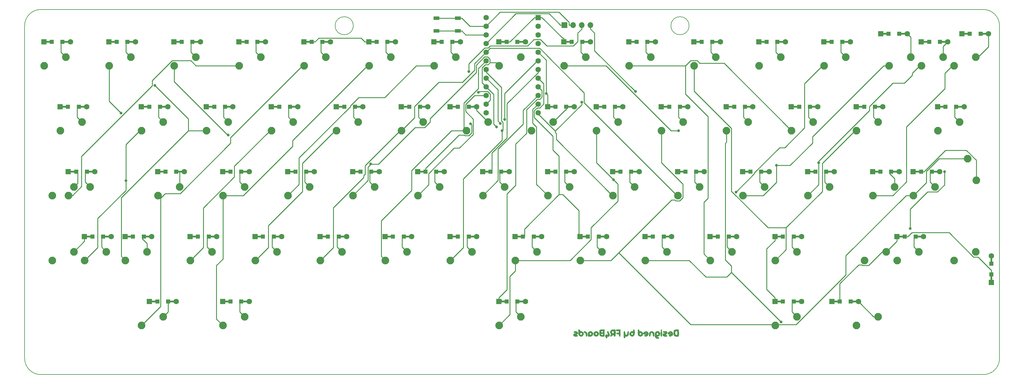
<source format=gbl>
G04 #@! TF.GenerationSoftware,KiCad,Pcbnew,5.1.10-88a1d61d58~90~ubuntu21.04.1*
G04 #@! TF.CreationDate,2021-09-17T14:26:20+02:00*
G04 #@! TF.ProjectId,unix60pcb,756e6978-3630-4706-9362-2e6b69636164,rev?*
G04 #@! TF.SameCoordinates,Original*
G04 #@! TF.FileFunction,Copper,L2,Bot*
G04 #@! TF.FilePolarity,Positive*
%FSLAX46Y46*%
G04 Gerber Fmt 4.6, Leading zero omitted, Abs format (unit mm)*
G04 Created by KiCad (PCBNEW 5.1.10-88a1d61d58~90~ubuntu21.04.1) date 2021-09-17 14:26:20*
%MOMM*%
%LPD*%
G01*
G04 APERTURE LIST*
G04 #@! TA.AperFunction,Profile*
%ADD10C,0.150000*%
G04 #@! TD*
G04 #@! TA.AperFunction,EtchedComponent*
%ADD11C,0.010000*%
G04 #@! TD*
G04 #@! TA.AperFunction,SMDPad,CuDef*
%ADD12R,2.500000X0.500000*%
G04 #@! TD*
G04 #@! TA.AperFunction,ComponentPad*
%ADD13C,1.600000*%
G04 #@! TD*
G04 #@! TA.AperFunction,ComponentPad*
%ADD14R,1.600000X1.600000*%
G04 #@! TD*
G04 #@! TA.AperFunction,SMDPad,CuDef*
%ADD15R,1.200000X1.200000*%
G04 #@! TD*
G04 #@! TA.AperFunction,ComponentPad*
%ADD16R,1.700000X1.700000*%
G04 #@! TD*
G04 #@! TA.AperFunction,ComponentPad*
%ADD17O,1.700000X1.700000*%
G04 #@! TD*
G04 #@! TA.AperFunction,SMDPad,CuDef*
%ADD18R,0.500000X2.500000*%
G04 #@! TD*
G04 #@! TA.AperFunction,ComponentPad*
%ADD19C,2.250000*%
G04 #@! TD*
G04 #@! TA.AperFunction,SMDPad,CuDef*
%ADD20R,1.700000X1.000000*%
G04 #@! TD*
G04 #@! TA.AperFunction,ViaPad*
%ADD21C,0.800000*%
G04 #@! TD*
G04 #@! TA.AperFunction,Conductor*
%ADD22C,0.250000*%
G04 #@! TD*
G04 APERTURE END LIST*
D10*
X260620800Y-88582500D02*
G75*
G03*
X260620800Y-88582500I-2650000J0D01*
G01*
X162196250Y-88582500D02*
G75*
G03*
X162196250Y-88582500I-2650000J0D01*
G01*
X70643750Y-83813650D02*
X346868750Y-83813650D01*
X65881250Y-88576150D02*
G75*
G02*
X70643750Y-83813650I4762500J0D01*
G01*
X346868750Y-83813650D02*
G75*
G02*
X351631250Y-88576150I0J-4762500D01*
G01*
X65881250Y-88576150D02*
X65881250Y-186207400D01*
X351631250Y-88576150D02*
X351631250Y-186207400D01*
X346868750Y-190969900D02*
X70643750Y-190969900D01*
X70643750Y-190969900D02*
G75*
G02*
X65881250Y-186207400I0J4762500D01*
G01*
X351631250Y-186207400D02*
G75*
G02*
X346868750Y-190969900I-4762500J0D01*
G01*
D11*
G36*
X252342484Y-177774200D02*
G01*
X252304803Y-177916413D01*
X252361967Y-178037333D01*
X252514076Y-178127223D01*
X252624107Y-178054187D01*
X252644910Y-178009371D01*
X252648661Y-177829615D01*
X252535382Y-177719569D01*
X252469479Y-177708984D01*
X252342484Y-177774200D01*
G37*
X252342484Y-177774200D02*
X252304803Y-177916413D01*
X252361967Y-178037333D01*
X252514076Y-178127223D01*
X252624107Y-178054187D01*
X252644910Y-178009371D01*
X252648661Y-177829615D01*
X252535382Y-177719569D01*
X252469479Y-177708984D01*
X252342484Y-177774200D01*
G36*
X227245796Y-178234077D02*
G01*
X226986330Y-178258812D01*
X226855597Y-178305922D01*
X226813050Y-178393569D01*
X226811417Y-178428650D01*
X226842457Y-178540192D01*
X226963849Y-178598691D01*
X227171250Y-178624018D01*
X227411061Y-178663183D01*
X227519614Y-178721958D01*
X227487640Y-178777891D01*
X227305874Y-178808531D01*
X227247873Y-178809650D01*
X226969237Y-178870287D01*
X226776457Y-179025648D01*
X226690099Y-179235913D01*
X226730729Y-179461258D01*
X226839251Y-179600861D01*
X227013663Y-179687549D01*
X227265178Y-179735618D01*
X227536580Y-179744162D01*
X227770657Y-179712273D01*
X227910195Y-179639043D01*
X227922244Y-179618038D01*
X227934573Y-179454487D01*
X227811082Y-179355190D01*
X227539489Y-179311893D01*
X227462587Y-179309145D01*
X227065417Y-179300640D01*
X227397454Y-179222782D01*
X227710167Y-179123617D01*
X227884386Y-178991574D01*
X227950871Y-178798922D01*
X227954417Y-178720664D01*
X227901490Y-178454352D01*
X227734017Y-178294431D01*
X227438962Y-178231949D01*
X227245796Y-178234077D01*
G37*
X227245796Y-178234077D02*
X226986330Y-178258812D01*
X226855597Y-178305922D01*
X226813050Y-178393569D01*
X226811417Y-178428650D01*
X226842457Y-178540192D01*
X226963849Y-178598691D01*
X227171250Y-178624018D01*
X227411061Y-178663183D01*
X227519614Y-178721958D01*
X227487640Y-178777891D01*
X227305874Y-178808531D01*
X227247873Y-178809650D01*
X226969237Y-178870287D01*
X226776457Y-179025648D01*
X226690099Y-179235913D01*
X226730729Y-179461258D01*
X226839251Y-179600861D01*
X227013663Y-179687549D01*
X227265178Y-179735618D01*
X227536580Y-179744162D01*
X227770657Y-179712273D01*
X227910195Y-179639043D01*
X227922244Y-179618038D01*
X227934573Y-179454487D01*
X227811082Y-179355190D01*
X227539489Y-179311893D01*
X227462587Y-179309145D01*
X227065417Y-179300640D01*
X227397454Y-179222782D01*
X227710167Y-179123617D01*
X227884386Y-178991574D01*
X227950871Y-178798922D01*
X227954417Y-178720664D01*
X227901490Y-178454352D01*
X227734017Y-178294431D01*
X227438962Y-178231949D01*
X227245796Y-178234077D01*
G36*
X228231786Y-177764587D02*
G01*
X228201169Y-177802479D01*
X228153086Y-177972532D01*
X228129900Y-178252436D01*
X228130946Y-178584650D01*
X228155557Y-178911633D01*
X228203069Y-179175844D01*
X228217596Y-179222922D01*
X228389917Y-179491727D01*
X228657110Y-179667596D01*
X228968106Y-179732947D01*
X229271839Y-179670198D01*
X229363243Y-179617356D01*
X229593647Y-179370198D01*
X229689591Y-179077154D01*
X229686105Y-179037264D01*
X229276012Y-179037264D01*
X229193436Y-179211589D01*
X229010735Y-179298736D01*
X228765675Y-179266258D01*
X228662654Y-179146969D01*
X228631750Y-178978984D01*
X228694524Y-178769239D01*
X228846155Y-178653010D01*
X229031611Y-178646021D01*
X229195859Y-178763996D01*
X229224417Y-178809650D01*
X229276012Y-179037264D01*
X229686105Y-179037264D01*
X229663346Y-178776856D01*
X229527185Y-178507936D01*
X229293378Y-178309028D01*
X228974198Y-178218765D01*
X228918424Y-178216984D01*
X228717254Y-178188412D01*
X228619129Y-178075731D01*
X228596073Y-178001691D01*
X228501144Y-177813033D01*
X228364013Y-177726078D01*
X228231786Y-177764587D01*
G37*
X228231786Y-177764587D02*
X228201169Y-177802479D01*
X228153086Y-177972532D01*
X228129900Y-178252436D01*
X228130946Y-178584650D01*
X228155557Y-178911633D01*
X228203069Y-179175844D01*
X228217596Y-179222922D01*
X228389917Y-179491727D01*
X228657110Y-179667596D01*
X228968106Y-179732947D01*
X229271839Y-179670198D01*
X229363243Y-179617356D01*
X229593647Y-179370198D01*
X229689591Y-179077154D01*
X229686105Y-179037264D01*
X229276012Y-179037264D01*
X229193436Y-179211589D01*
X229010735Y-179298736D01*
X228765675Y-179266258D01*
X228662654Y-179146969D01*
X228631750Y-178978984D01*
X228694524Y-178769239D01*
X228846155Y-178653010D01*
X229031611Y-178646021D01*
X229195859Y-178763996D01*
X229224417Y-178809650D01*
X229276012Y-179037264D01*
X229686105Y-179037264D01*
X229663346Y-178776856D01*
X229527185Y-178507936D01*
X229293378Y-178309028D01*
X228974198Y-178218765D01*
X228918424Y-178216984D01*
X228717254Y-178188412D01*
X228619129Y-178075731D01*
X228596073Y-178001691D01*
X228501144Y-177813033D01*
X228364013Y-177726078D01*
X228231786Y-177764587D01*
G36*
X229857696Y-178231183D02*
G01*
X229779473Y-178294010D01*
X229764354Y-178451181D01*
X229858498Y-178592442D01*
X229985109Y-178640317D01*
X230161712Y-178693860D01*
X230274132Y-178867739D01*
X230333479Y-179181827D01*
X230340835Y-179276705D01*
X230378676Y-179560734D01*
X230451531Y-179700217D01*
X230498546Y-179721982D01*
X230649117Y-179711169D01*
X230689046Y-179687466D01*
X230722210Y-179575643D01*
X230743760Y-179352039D01*
X230748417Y-179170026D01*
X230734215Y-178877609D01*
X230674794Y-178681442D01*
X230544937Y-178509628D01*
X230500930Y-178464471D01*
X230280331Y-178302612D01*
X230048648Y-178220769D01*
X229857696Y-178231183D01*
G37*
X229857696Y-178231183D02*
X229779473Y-178294010D01*
X229764354Y-178451181D01*
X229858498Y-178592442D01*
X229985109Y-178640317D01*
X230161712Y-178693860D01*
X230274132Y-178867739D01*
X230333479Y-179181827D01*
X230340835Y-179276705D01*
X230378676Y-179560734D01*
X230451531Y-179700217D01*
X230498546Y-179721982D01*
X230649117Y-179711169D01*
X230689046Y-179687466D01*
X230722210Y-179575643D01*
X230743760Y-179352039D01*
X230748417Y-179170026D01*
X230734215Y-178877609D01*
X230674794Y-178681442D01*
X230544937Y-178509628D01*
X230500930Y-178464471D01*
X230280331Y-178302612D01*
X230048648Y-178220769D01*
X229857696Y-178231183D01*
G36*
X231295462Y-178352912D02*
G01*
X231160946Y-178468762D01*
X231016993Y-178630304D01*
X230945746Y-178784591D01*
X230927224Y-178997016D01*
X230934626Y-179209477D01*
X230960084Y-179698414D01*
X231452925Y-179720203D01*
X231745119Y-179723881D01*
X231933818Y-179689391D01*
X232083862Y-179596937D01*
X232193759Y-179494001D01*
X232399855Y-179197465D01*
X232414427Y-179079696D01*
X231992318Y-179079696D01*
X231930375Y-179194717D01*
X231743961Y-179306521D01*
X231535178Y-179279028D01*
X231429126Y-179194717D01*
X231354051Y-178991367D01*
X231425234Y-178788170D01*
X231531584Y-178692158D01*
X231721301Y-178649108D01*
X231885365Y-178729637D01*
X231987721Y-178888311D01*
X231992318Y-179079696D01*
X232414427Y-179079696D01*
X232437330Y-178894598D01*
X232306178Y-178594290D01*
X232194263Y-178464471D01*
X231898345Y-178258553D01*
X231596225Y-178221377D01*
X231295462Y-178352912D01*
G37*
X231295462Y-178352912D02*
X231160946Y-178468762D01*
X231016993Y-178630304D01*
X230945746Y-178784591D01*
X230927224Y-178997016D01*
X230934626Y-179209477D01*
X230960084Y-179698414D01*
X231452925Y-179720203D01*
X231745119Y-179723881D01*
X231933818Y-179689391D01*
X232083862Y-179596937D01*
X232193759Y-179494001D01*
X232399855Y-179197465D01*
X232414427Y-179079696D01*
X231992318Y-179079696D01*
X231930375Y-179194717D01*
X231743961Y-179306521D01*
X231535178Y-179279028D01*
X231429126Y-179194717D01*
X231354051Y-178991367D01*
X231425234Y-178788170D01*
X231531584Y-178692158D01*
X231721301Y-178649108D01*
X231885365Y-178729637D01*
X231987721Y-178888311D01*
X231992318Y-179079696D01*
X232414427Y-179079696D01*
X232437330Y-178894598D01*
X232306178Y-178594290D01*
X232194263Y-178464471D01*
X231898345Y-178258553D01*
X231596225Y-178221377D01*
X231295462Y-178352912D01*
G36*
X233073864Y-178291184D02*
G01*
X232813508Y-178485505D01*
X232648802Y-178757527D01*
X232613777Y-178965343D01*
X232685721Y-179311447D01*
X232870567Y-179564501D01*
X233131935Y-179709420D01*
X233433445Y-179731121D01*
X233738717Y-179614520D01*
X233887597Y-179493496D01*
X234088107Y-179211464D01*
X234114733Y-179079696D01*
X233685652Y-179079696D01*
X233623708Y-179194717D01*
X233437294Y-179306521D01*
X233228512Y-179279028D01*
X233122459Y-179194717D01*
X233047384Y-178991367D01*
X233118568Y-178788170D01*
X233224917Y-178692158D01*
X233414635Y-178649108D01*
X233578698Y-178729637D01*
X233681055Y-178888311D01*
X233685652Y-179079696D01*
X234114733Y-179079696D01*
X234135084Y-178978984D01*
X234060530Y-178695495D01*
X233869302Y-178441568D01*
X233610049Y-178266698D01*
X233386093Y-178216984D01*
X233073864Y-178291184D01*
G37*
X233073864Y-178291184D02*
X232813508Y-178485505D01*
X232648802Y-178757527D01*
X232613777Y-178965343D01*
X232685721Y-179311447D01*
X232870567Y-179564501D01*
X233131935Y-179709420D01*
X233433445Y-179731121D01*
X233738717Y-179614520D01*
X233887597Y-179493496D01*
X234088107Y-179211464D01*
X234114733Y-179079696D01*
X233685652Y-179079696D01*
X233623708Y-179194717D01*
X233437294Y-179306521D01*
X233228512Y-179279028D01*
X233122459Y-179194717D01*
X233047384Y-178991367D01*
X233118568Y-178788170D01*
X233224917Y-178692158D01*
X233414635Y-178649108D01*
X233578698Y-178729637D01*
X233681055Y-178888311D01*
X233685652Y-179079696D01*
X234114733Y-179079696D01*
X234135084Y-178978984D01*
X234060530Y-178695495D01*
X233869302Y-178441568D01*
X233610049Y-178266698D01*
X233386093Y-178216984D01*
X233073864Y-178291184D01*
G36*
X234586402Y-177781834D02*
G01*
X234430223Y-177918833D01*
X234350114Y-178162727D01*
X234323226Y-178539055D01*
X234322236Y-178728019D01*
X234337761Y-179157712D01*
X234395588Y-179446414D01*
X234519267Y-179621422D01*
X234732349Y-179710036D01*
X235058383Y-179739557D01*
X235196074Y-179740984D01*
X235547079Y-179725468D01*
X235742925Y-179677494D01*
X235791873Y-179629426D01*
X235807498Y-179501961D01*
X235815691Y-179246496D01*
X235815690Y-179105984D01*
X235405084Y-179105984D01*
X235389189Y-179249954D01*
X235308780Y-179305808D01*
X235114774Y-179303787D01*
X235087584Y-179301594D01*
X234871528Y-179264280D01*
X234781404Y-179183409D01*
X234770084Y-179105984D01*
X234806520Y-178987738D01*
X234944168Y-178928280D01*
X235087584Y-178910373D01*
X235295474Y-178904275D01*
X235384918Y-178953067D01*
X235405001Y-179086988D01*
X235405084Y-179105984D01*
X235815690Y-179105984D01*
X235815687Y-178904236D01*
X235810383Y-178634593D01*
X235802389Y-178343984D01*
X235405084Y-178343984D01*
X235389189Y-178487954D01*
X235308780Y-178543808D01*
X235114774Y-178541787D01*
X235087584Y-178539594D01*
X234871528Y-178502280D01*
X234781404Y-178421409D01*
X234770084Y-178343984D01*
X234806520Y-178225738D01*
X234944168Y-178166280D01*
X235087584Y-178148373D01*
X235295474Y-178142275D01*
X235384918Y-178191067D01*
X235405001Y-178324988D01*
X235405084Y-178343984D01*
X235802389Y-178343984D01*
X235786084Y-177751317D01*
X235218366Y-177726368D01*
X234841501Y-177726192D01*
X234586402Y-177781834D01*
G37*
X234586402Y-177781834D02*
X234430223Y-177918833D01*
X234350114Y-178162727D01*
X234323226Y-178539055D01*
X234322236Y-178728019D01*
X234337761Y-179157712D01*
X234395588Y-179446414D01*
X234519267Y-179621422D01*
X234732349Y-179710036D01*
X235058383Y-179739557D01*
X235196074Y-179740984D01*
X235547079Y-179725468D01*
X235742925Y-179677494D01*
X235791873Y-179629426D01*
X235807498Y-179501961D01*
X235815691Y-179246496D01*
X235815690Y-179105984D01*
X235405084Y-179105984D01*
X235389189Y-179249954D01*
X235308780Y-179305808D01*
X235114774Y-179303787D01*
X235087584Y-179301594D01*
X234871528Y-179264280D01*
X234781404Y-179183409D01*
X234770084Y-179105984D01*
X234806520Y-178987738D01*
X234944168Y-178928280D01*
X235087584Y-178910373D01*
X235295474Y-178904275D01*
X235384918Y-178953067D01*
X235405001Y-179086988D01*
X235405084Y-179105984D01*
X235815690Y-179105984D01*
X235815687Y-178904236D01*
X235810383Y-178634593D01*
X235802389Y-178343984D01*
X235405084Y-178343984D01*
X235389189Y-178487954D01*
X235308780Y-178543808D01*
X235114774Y-178541787D01*
X235087584Y-178539594D01*
X234871528Y-178502280D01*
X234781404Y-178421409D01*
X234770084Y-178343984D01*
X234806520Y-178225738D01*
X234944168Y-178166280D01*
X235087584Y-178148373D01*
X235295474Y-178142275D01*
X235384918Y-178191067D01*
X235405001Y-178324988D01*
X235405084Y-178343984D01*
X235802389Y-178343984D01*
X235786084Y-177751317D01*
X235218366Y-177726368D01*
X234841501Y-177726192D01*
X234586402Y-177781834D01*
G36*
X238130462Y-177721470D02*
G01*
X237928709Y-177770546D01*
X237774632Y-177873632D01*
X237733012Y-177913359D01*
X237518857Y-178206835D01*
X237470230Y-178505922D01*
X237584097Y-178832395D01*
X237600932Y-178861701D01*
X237710256Y-179062795D01*
X237733010Y-179184074D01*
X237674704Y-179287832D01*
X237641932Y-179325184D01*
X237553960Y-179498242D01*
X237572540Y-179656555D01*
X237686930Y-179738933D01*
X237714920Y-179740984D01*
X237841218Y-179683951D01*
X238016995Y-179541690D01*
X238072084Y-179486984D01*
X238247396Y-179327443D01*
X238388029Y-179239174D01*
X238416008Y-179232984D01*
X238501197Y-179306318D01*
X238566595Y-179483099D01*
X238567384Y-179486984D01*
X238656480Y-179670598D01*
X238795961Y-179747059D01*
X238933492Y-179701646D01*
X238994359Y-179607059D01*
X239019999Y-179452337D01*
X239036545Y-179179468D01*
X239043995Y-178839396D01*
X239042351Y-178483062D01*
X239041948Y-178470984D01*
X238537750Y-178470984D01*
X238503942Y-178713509D01*
X238388991Y-178815928D01*
X238172612Y-178790943D01*
X238079009Y-178758258D01*
X237975987Y-178638969D01*
X237945084Y-178470984D01*
X238000005Y-178259884D01*
X238175578Y-178152549D01*
X238375342Y-178132317D01*
X238482118Y-178163301D01*
X238529169Y-178285086D01*
X238537750Y-178470984D01*
X239041948Y-178470984D01*
X239031612Y-178161410D01*
X239011778Y-177925381D01*
X238994359Y-177842908D01*
X238916388Y-177762396D01*
X238738236Y-177720538D01*
X238440177Y-177708984D01*
X238130462Y-177721470D01*
G37*
X238130462Y-177721470D02*
X237928709Y-177770546D01*
X237774632Y-177873632D01*
X237733012Y-177913359D01*
X237518857Y-178206835D01*
X237470230Y-178505922D01*
X237584097Y-178832395D01*
X237600932Y-178861701D01*
X237710256Y-179062795D01*
X237733010Y-179184074D01*
X237674704Y-179287832D01*
X237641932Y-179325184D01*
X237553960Y-179498242D01*
X237572540Y-179656555D01*
X237686930Y-179738933D01*
X237714920Y-179740984D01*
X237841218Y-179683951D01*
X238016995Y-179541690D01*
X238072084Y-179486984D01*
X238247396Y-179327443D01*
X238388029Y-179239174D01*
X238416008Y-179232984D01*
X238501197Y-179306318D01*
X238566595Y-179483099D01*
X238567384Y-179486984D01*
X238656480Y-179670598D01*
X238795961Y-179747059D01*
X238933492Y-179701646D01*
X238994359Y-179607059D01*
X239019999Y-179452337D01*
X239036545Y-179179468D01*
X239043995Y-178839396D01*
X239042351Y-178483062D01*
X239041948Y-178470984D01*
X238537750Y-178470984D01*
X238503942Y-178713509D01*
X238388991Y-178815928D01*
X238172612Y-178790943D01*
X238079009Y-178758258D01*
X237975987Y-178638969D01*
X237945084Y-178470984D01*
X238000005Y-178259884D01*
X238175578Y-178152549D01*
X238375342Y-178132317D01*
X238482118Y-178163301D01*
X238529169Y-178285086D01*
X238537750Y-178470984D01*
X239041948Y-178470984D01*
X239031612Y-178161410D01*
X239011778Y-177925381D01*
X238994359Y-177842908D01*
X238916388Y-177762396D01*
X238738236Y-177720538D01*
X238440177Y-177708984D01*
X238130462Y-177721470D01*
G36*
X239483083Y-177755316D02*
G01*
X239292587Y-177773553D01*
X239201172Y-177815385D01*
X239173746Y-177890169D01*
X239172750Y-177920650D01*
X239196941Y-178022258D01*
X239296333Y-178079028D01*
X239511156Y-178108602D01*
X239617250Y-178115575D01*
X239875819Y-178136112D01*
X240007721Y-178176583D01*
X240055500Y-178263326D01*
X240061750Y-178390741D01*
X240047362Y-178552356D01*
X239971496Y-178623094D01*
X239785099Y-178640096D01*
X239732142Y-178640317D01*
X239506175Y-178665429D01*
X239373937Y-178729004D01*
X239363614Y-178746150D01*
X239354177Y-178931014D01*
X239492547Y-179036074D01*
X239725028Y-179063650D01*
X239937842Y-179074534D01*
X240035293Y-179139439D01*
X240071258Y-179306748D01*
X240077806Y-179380446D01*
X240134485Y-179594363D01*
X240239305Y-179723718D01*
X240356122Y-179743462D01*
X240446139Y-179635684D01*
X240462775Y-179505449D01*
X240471762Y-179247578D01*
X240472233Y-178903633D01*
X240467050Y-178634593D01*
X240442750Y-177751317D01*
X239807750Y-177751317D01*
X239483083Y-177755316D01*
G37*
X239483083Y-177755316D02*
X239292587Y-177773553D01*
X239201172Y-177815385D01*
X239173746Y-177890169D01*
X239172750Y-177920650D01*
X239196941Y-178022258D01*
X239296333Y-178079028D01*
X239511156Y-178108602D01*
X239617250Y-178115575D01*
X239875819Y-178136112D01*
X240007721Y-178176583D01*
X240055500Y-178263326D01*
X240061750Y-178390741D01*
X240047362Y-178552356D01*
X239971496Y-178623094D01*
X239785099Y-178640096D01*
X239732142Y-178640317D01*
X239506175Y-178665429D01*
X239373937Y-178729004D01*
X239363614Y-178746150D01*
X239354177Y-178931014D01*
X239492547Y-179036074D01*
X239725028Y-179063650D01*
X239937842Y-179074534D01*
X240035293Y-179139439D01*
X240071258Y-179306748D01*
X240077806Y-179380446D01*
X240134485Y-179594363D01*
X240239305Y-179723718D01*
X240356122Y-179743462D01*
X240446139Y-179635684D01*
X240462775Y-179505449D01*
X240471762Y-179247578D01*
X240472233Y-178903633D01*
X240467050Y-178634593D01*
X240442750Y-177751317D01*
X239807750Y-177751317D01*
X239483083Y-177755316D01*
G36*
X244358858Y-177780712D02*
G01*
X244243660Y-177919955D01*
X244210417Y-178089916D01*
X244186520Y-178207325D01*
X244082889Y-178244671D01*
X243916547Y-178233340D01*
X243621358Y-178276253D01*
X243358651Y-178446551D01*
X243173321Y-178702743D01*
X243109750Y-178978984D01*
X243186010Y-179268529D01*
X243382354Y-179523654D01*
X243650135Y-179695710D01*
X243871750Y-179740984D01*
X244163648Y-179665426D01*
X244386263Y-179493496D01*
X244507435Y-179361552D01*
X244580871Y-179232833D01*
X244614370Y-179079696D01*
X244184318Y-179079696D01*
X244122375Y-179194717D01*
X243935961Y-179306521D01*
X243727178Y-179279028D01*
X243621126Y-179194717D01*
X243546051Y-178991367D01*
X243617234Y-178788170D01*
X243723584Y-178692158D01*
X243913301Y-178649108D01*
X244077365Y-178729637D01*
X244179721Y-178888311D01*
X244184318Y-179079696D01*
X244614370Y-179079696D01*
X244618461Y-179060999D01*
X244632094Y-178799709D01*
X244633750Y-178528888D01*
X244625468Y-178146531D01*
X244598087Y-177907989D01*
X244547805Y-177788440D01*
X244517068Y-177766991D01*
X244358858Y-177780712D01*
G37*
X244358858Y-177780712D02*
X244243660Y-177919955D01*
X244210417Y-178089916D01*
X244186520Y-178207325D01*
X244082889Y-178244671D01*
X243916547Y-178233340D01*
X243621358Y-178276253D01*
X243358651Y-178446551D01*
X243173321Y-178702743D01*
X243109750Y-178978984D01*
X243186010Y-179268529D01*
X243382354Y-179523654D01*
X243650135Y-179695710D01*
X243871750Y-179740984D01*
X244163648Y-179665426D01*
X244386263Y-179493496D01*
X244507435Y-179361552D01*
X244580871Y-179232833D01*
X244614370Y-179079696D01*
X244184318Y-179079696D01*
X244122375Y-179194717D01*
X243935961Y-179306521D01*
X243727178Y-179279028D01*
X243621126Y-179194717D01*
X243546051Y-178991367D01*
X243617234Y-178788170D01*
X243723584Y-178692158D01*
X243913301Y-178649108D01*
X244077365Y-178729637D01*
X244179721Y-178888311D01*
X244184318Y-179079696D01*
X244614370Y-179079696D01*
X244618461Y-179060999D01*
X244632094Y-178799709D01*
X244633750Y-178528888D01*
X244625468Y-178146531D01*
X244598087Y-177907989D01*
X244547805Y-177788440D01*
X244517068Y-177766991D01*
X244358858Y-177780712D01*
G36*
X245694928Y-177765626D02*
G01*
X245642599Y-177830198D01*
X245611305Y-177977498D01*
X245592587Y-178239992D01*
X245582908Y-178495320D01*
X245573761Y-178854693D01*
X245581841Y-179089453D01*
X245617287Y-179244170D01*
X245690241Y-179363417D01*
X245809228Y-179490154D01*
X246106590Y-179697965D01*
X246409134Y-179737099D01*
X246708972Y-179607530D01*
X246841597Y-179493496D01*
X247047649Y-179198086D01*
X247062261Y-179079696D01*
X246639652Y-179079696D01*
X246577708Y-179194717D01*
X246391294Y-179306521D01*
X246182512Y-179279028D01*
X246076459Y-179194717D01*
X246001384Y-178991367D01*
X246072568Y-178788170D01*
X246178917Y-178692158D01*
X246368635Y-178649108D01*
X246532698Y-178729637D01*
X246635055Y-178888311D01*
X246639652Y-179079696D01*
X247062261Y-179079696D01*
X247084831Y-178896834D01*
X246953194Y-178595696D01*
X246832621Y-178455495D01*
X246628075Y-178285123D01*
X246436361Y-178226502D01*
X246286349Y-178232866D01*
X246089569Y-178242049D01*
X246003147Y-178179875D01*
X245971312Y-178009008D01*
X245920955Y-177817115D01*
X245803405Y-177752389D01*
X245776750Y-177751317D01*
X245694928Y-177765626D01*
G37*
X245694928Y-177765626D02*
X245642599Y-177830198D01*
X245611305Y-177977498D01*
X245592587Y-178239992D01*
X245582908Y-178495320D01*
X245573761Y-178854693D01*
X245581841Y-179089453D01*
X245617287Y-179244170D01*
X245690241Y-179363417D01*
X245809228Y-179490154D01*
X246106590Y-179697965D01*
X246409134Y-179737099D01*
X246708972Y-179607530D01*
X246841597Y-179493496D01*
X247047649Y-179198086D01*
X247062261Y-179079696D01*
X246639652Y-179079696D01*
X246577708Y-179194717D01*
X246391294Y-179306521D01*
X246182512Y-179279028D01*
X246076459Y-179194717D01*
X246001384Y-178991367D01*
X246072568Y-178788170D01*
X246178917Y-178692158D01*
X246368635Y-178649108D01*
X246532698Y-178729637D01*
X246635055Y-178888311D01*
X246639652Y-179079696D01*
X247062261Y-179079696D01*
X247084831Y-178896834D01*
X246953194Y-178595696D01*
X246832621Y-178455495D01*
X246628075Y-178285123D01*
X246436361Y-178226502D01*
X246286349Y-178232866D01*
X246089569Y-178242049D01*
X246003147Y-178179875D01*
X245971312Y-178009008D01*
X245920955Y-177817115D01*
X245803405Y-177752389D01*
X245776750Y-177751317D01*
X245694928Y-177765626D01*
G36*
X247684497Y-178279609D02*
G01*
X247444597Y-178438232D01*
X247263005Y-178648970D01*
X247186675Y-178867939D01*
X247188956Y-178914932D01*
X247224377Y-179024050D01*
X247319123Y-179089601D01*
X247514265Y-179129756D01*
X247724084Y-179151724D01*
X247986292Y-179185595D01*
X248113402Y-179225407D01*
X248101846Y-179259735D01*
X247916275Y-179300098D01*
X247766650Y-179298662D01*
X247590740Y-179326053D01*
X247528724Y-179434505D01*
X247554358Y-179612047D01*
X247693098Y-179715049D01*
X247904774Y-179740938D01*
X248149213Y-179687144D01*
X248386244Y-179551095D01*
X248450263Y-179493496D01*
X248650773Y-179211464D01*
X248697750Y-178978984D01*
X248630853Y-178724984D01*
X248147417Y-178724984D01*
X248113995Y-178784648D01*
X247948267Y-178809572D01*
X247935750Y-178809650D01*
X247763647Y-178787105D01*
X247721838Y-178729013D01*
X247724084Y-178724984D01*
X247843855Y-178653118D01*
X247935750Y-178640317D01*
X248095745Y-178680358D01*
X248147417Y-178724984D01*
X248630853Y-178724984D01*
X248621491Y-178689438D01*
X248425147Y-178434313D01*
X248157366Y-178262257D01*
X247935750Y-178216983D01*
X247684497Y-178279609D01*
G37*
X247684497Y-178279609D02*
X247444597Y-178438232D01*
X247263005Y-178648970D01*
X247186675Y-178867939D01*
X247188956Y-178914932D01*
X247224377Y-179024050D01*
X247319123Y-179089601D01*
X247514265Y-179129756D01*
X247724084Y-179151724D01*
X247986292Y-179185595D01*
X248113402Y-179225407D01*
X248101846Y-179259735D01*
X247916275Y-179300098D01*
X247766650Y-179298662D01*
X247590740Y-179326053D01*
X247528724Y-179434505D01*
X247554358Y-179612047D01*
X247693098Y-179715049D01*
X247904774Y-179740938D01*
X248149213Y-179687144D01*
X248386244Y-179551095D01*
X248450263Y-179493496D01*
X248650773Y-179211464D01*
X248697750Y-178978984D01*
X248630853Y-178724984D01*
X248147417Y-178724984D01*
X248113995Y-178784648D01*
X247948267Y-178809572D01*
X247935750Y-178809650D01*
X247763647Y-178787105D01*
X247721838Y-178729013D01*
X247724084Y-178724984D01*
X247843855Y-178653118D01*
X247935750Y-178640317D01*
X248095745Y-178680358D01*
X248147417Y-178724984D01*
X248630853Y-178724984D01*
X248621491Y-178689438D01*
X248425147Y-178434313D01*
X248157366Y-178262257D01*
X247935750Y-178216983D01*
X247684497Y-178279609D01*
G36*
X249365493Y-178290748D02*
G01*
X249110280Y-178468762D01*
X248966342Y-178630280D01*
X248895091Y-178784541D01*
X248876555Y-178996920D01*
X248883959Y-179209595D01*
X248905997Y-179488057D01*
X248945306Y-179636075D01*
X249017372Y-179692534D01*
X249078750Y-179698650D01*
X249180557Y-179673193D01*
X249241335Y-179570618D01*
X249279287Y-179351621D01*
X249290417Y-179241594D01*
X249365697Y-178883280D01*
X249493036Y-178674348D01*
X249645000Y-178614826D01*
X249794154Y-178704746D01*
X249913062Y-178944136D01*
X249967750Y-179240860D01*
X250014339Y-179541334D01*
X250088277Y-179694018D01*
X250141212Y-179722010D01*
X250291788Y-179711170D01*
X250331712Y-179687466D01*
X250373448Y-179558383D01*
X250388866Y-179323078D01*
X250380584Y-179042176D01*
X250351217Y-178776298D01*
X250303381Y-178586067D01*
X250282558Y-178548313D01*
X250009620Y-178312914D01*
X249690975Y-178226180D01*
X249365493Y-178290748D01*
G37*
X249365493Y-178290748D02*
X249110280Y-178468762D01*
X248966342Y-178630280D01*
X248895091Y-178784541D01*
X248876555Y-178996920D01*
X248883959Y-179209595D01*
X248905997Y-179488057D01*
X248945306Y-179636075D01*
X249017372Y-179692534D01*
X249078750Y-179698650D01*
X249180557Y-179673193D01*
X249241335Y-179570618D01*
X249279287Y-179351621D01*
X249290417Y-179241594D01*
X249365697Y-178883280D01*
X249493036Y-178674348D01*
X249645000Y-178614826D01*
X249794154Y-178704746D01*
X249913062Y-178944136D01*
X249967750Y-179240860D01*
X250014339Y-179541334D01*
X250088277Y-179694018D01*
X250141212Y-179722010D01*
X250291788Y-179711170D01*
X250331712Y-179687466D01*
X250373448Y-179558383D01*
X250388866Y-179323078D01*
X250380584Y-179042176D01*
X250351217Y-178776298D01*
X250303381Y-178586067D01*
X250282558Y-178548313D01*
X250009620Y-178312914D01*
X249690975Y-178226180D01*
X249365493Y-178290748D01*
G36*
X252388040Y-178257741D02*
G01*
X252331169Y-178310479D01*
X252291054Y-178459200D01*
X252265570Y-178717000D01*
X252255915Y-179024160D01*
X252263288Y-179320958D01*
X252288888Y-179547675D01*
X252305142Y-179607059D01*
X252420130Y-179726909D01*
X252574725Y-179718821D01*
X252620639Y-179684539D01*
X252647279Y-179578552D01*
X252667145Y-179348365D01*
X252676711Y-179039080D01*
X252677084Y-178962215D01*
X252670126Y-178611142D01*
X252645035Y-178395489D01*
X252595487Y-178281752D01*
X252541539Y-178244322D01*
X252388040Y-178257741D01*
G37*
X252388040Y-178257741D02*
X252331169Y-178310479D01*
X252291054Y-178459200D01*
X252265570Y-178717000D01*
X252255915Y-179024160D01*
X252263288Y-179320958D01*
X252288888Y-179547675D01*
X252305142Y-179607059D01*
X252420130Y-179726909D01*
X252574725Y-179718821D01*
X252620639Y-179684539D01*
X252647279Y-179578552D01*
X252667145Y-179348365D01*
X252676711Y-179039080D01*
X252677084Y-178962215D01*
X252670126Y-178611142D01*
X252645035Y-178395489D01*
X252595487Y-178281752D01*
X252541539Y-178244322D01*
X252388040Y-178257741D01*
G36*
X253129160Y-178245641D02*
G01*
X252997375Y-178318058D01*
X252989092Y-178333666D01*
X252999166Y-178491993D01*
X253154273Y-178598490D01*
X253434623Y-178640161D01*
X253456017Y-178640317D01*
X253661748Y-178660016D01*
X253771914Y-178708937D01*
X253777750Y-178724984D01*
X253703625Y-178782206D01*
X253522651Y-178809312D01*
X253497599Y-178809650D01*
X253252856Y-178843125D01*
X253063683Y-178922086D01*
X252940598Y-179103801D01*
X252918155Y-179342659D01*
X252996355Y-179559623D01*
X253063683Y-179628547D01*
X253229960Y-179692044D01*
X253480630Y-179729093D01*
X253756429Y-179738397D01*
X253998098Y-179718655D01*
X254146374Y-179668568D01*
X254161043Y-179652608D01*
X254168368Y-179515109D01*
X254040218Y-179397514D01*
X253810416Y-179323082D01*
X253661550Y-179309145D01*
X253312084Y-179300640D01*
X253650750Y-179222638D01*
X253956962Y-179096570D01*
X254148262Y-178904619D01*
X254210303Y-178678182D01*
X254128739Y-178448654D01*
X254046250Y-178357106D01*
X253874008Y-178271631D01*
X253625238Y-178223708D01*
X253357702Y-178214618D01*
X253129160Y-178245641D01*
G37*
X253129160Y-178245641D02*
X252997375Y-178318058D01*
X252989092Y-178333666D01*
X252999166Y-178491993D01*
X253154273Y-178598490D01*
X253434623Y-178640161D01*
X253456017Y-178640317D01*
X253661748Y-178660016D01*
X253771914Y-178708937D01*
X253777750Y-178724984D01*
X253703625Y-178782206D01*
X253522651Y-178809312D01*
X253497599Y-178809650D01*
X253252856Y-178843125D01*
X253063683Y-178922086D01*
X252940598Y-179103801D01*
X252918155Y-179342659D01*
X252996355Y-179559623D01*
X253063683Y-179628547D01*
X253229960Y-179692044D01*
X253480630Y-179729093D01*
X253756429Y-179738397D01*
X253998098Y-179718655D01*
X254146374Y-179668568D01*
X254161043Y-179652608D01*
X254168368Y-179515109D01*
X254040218Y-179397514D01*
X253810416Y-179323082D01*
X253661550Y-179309145D01*
X253312084Y-179300640D01*
X253650750Y-179222638D01*
X253956962Y-179096570D01*
X254148262Y-178904619D01*
X254210303Y-178678182D01*
X254128739Y-178448654D01*
X254046250Y-178357106D01*
X253874008Y-178271631D01*
X253625238Y-178223708D01*
X253357702Y-178214618D01*
X253129160Y-178245641D01*
G36*
X254727838Y-178362699D02*
G01*
X254626384Y-178439988D01*
X254438565Y-178641978D01*
X254383929Y-178837902D01*
X254387054Y-178884488D01*
X254414948Y-179008793D01*
X254489939Y-179080828D01*
X254653745Y-179121216D01*
X254920750Y-179148317D01*
X255197360Y-179182616D01*
X255326780Y-179225456D01*
X255318105Y-179262121D01*
X255153843Y-179299353D01*
X255010293Y-179284106D01*
X254791744Y-179298735D01*
X254700801Y-179369964D01*
X254637080Y-179489909D01*
X254709023Y-179592072D01*
X254749629Y-179623145D01*
X255035055Y-179736458D01*
X255341792Y-179695982D01*
X255633152Y-179507019D01*
X255646930Y-179493496D01*
X255852721Y-179197107D01*
X255889899Y-178894180D01*
X255815869Y-178724984D01*
X255344084Y-178724984D01*
X255310662Y-178784648D01*
X255144934Y-178809572D01*
X255132417Y-178809650D01*
X254960314Y-178787105D01*
X254918504Y-178729013D01*
X254920750Y-178724984D01*
X255040522Y-178653118D01*
X255132417Y-178640317D01*
X255292412Y-178680358D01*
X255344084Y-178724984D01*
X255815869Y-178724984D01*
X255758466Y-178593790D01*
X255646930Y-178464471D01*
X255352567Y-178261866D01*
X255045234Y-178227919D01*
X254727838Y-178362699D01*
G37*
X254727838Y-178362699D02*
X254626384Y-178439988D01*
X254438565Y-178641978D01*
X254383929Y-178837902D01*
X254387054Y-178884488D01*
X254414948Y-179008793D01*
X254489939Y-179080828D01*
X254653745Y-179121216D01*
X254920750Y-179148317D01*
X255197360Y-179182616D01*
X255326780Y-179225456D01*
X255318105Y-179262121D01*
X255153843Y-179299353D01*
X255010293Y-179284106D01*
X254791744Y-179298735D01*
X254700801Y-179369964D01*
X254637080Y-179489909D01*
X254709023Y-179592072D01*
X254749629Y-179623145D01*
X255035055Y-179736458D01*
X255341792Y-179695982D01*
X255633152Y-179507019D01*
X255646930Y-179493496D01*
X255852721Y-179197107D01*
X255889899Y-178894180D01*
X255815869Y-178724984D01*
X255344084Y-178724984D01*
X255310662Y-178784648D01*
X255144934Y-178809572D01*
X255132417Y-178809650D01*
X254960314Y-178787105D01*
X254918504Y-178729013D01*
X254920750Y-178724984D01*
X255040522Y-178653118D01*
X255132417Y-178640317D01*
X255292412Y-178680358D01*
X255344084Y-178724984D01*
X255815869Y-178724984D01*
X255758466Y-178593790D01*
X255646930Y-178464471D01*
X255352567Y-178261866D01*
X255045234Y-178227919D01*
X254727838Y-178362699D01*
G36*
X256687141Y-177723676D02*
G01*
X256478687Y-177780406D01*
X256308066Y-177898154D01*
X256287780Y-177916607D01*
X256168612Y-178044428D01*
X256101073Y-178184689D01*
X256070881Y-178388916D01*
X256063758Y-178708636D01*
X256063750Y-178724984D01*
X256070232Y-179050547D01*
X256099195Y-179258503D01*
X256164920Y-179400376D01*
X256281687Y-179527693D01*
X256287780Y-179533360D01*
X256459842Y-179660202D01*
X256662990Y-179722947D01*
X256962843Y-179740903D01*
X256993336Y-179740984D01*
X257265502Y-179731763D01*
X257464201Y-179707962D01*
X257531306Y-179684539D01*
X257556443Y-179578510D01*
X257574083Y-179347720D01*
X257584103Y-179036582D01*
X257586149Y-178724984D01*
X257164417Y-178724984D01*
X257161954Y-179034467D01*
X257144710Y-179211568D01*
X257097904Y-179293240D01*
X257006757Y-179316432D01*
X256927351Y-179317650D01*
X256715801Y-179283341D01*
X256588684Y-179216050D01*
X256527145Y-179074411D01*
X256491044Y-178836435D01*
X256487084Y-178724983D01*
X256518176Y-178402814D01*
X256623808Y-178215501D01*
X256822510Y-178138100D01*
X256927351Y-178132317D01*
X257051144Y-178138475D01*
X257121984Y-178181586D01*
X257154653Y-178298599D01*
X257163930Y-178526467D01*
X257164417Y-178724984D01*
X257586149Y-178724984D01*
X257586382Y-178689509D01*
X257580799Y-178350913D01*
X257567230Y-178065206D01*
X257545555Y-177876800D01*
X257536359Y-177842908D01*
X257456032Y-177761033D01*
X257272606Y-177719294D01*
X256998389Y-177708984D01*
X256687141Y-177723676D01*
G37*
X256687141Y-177723676D02*
X256478687Y-177780406D01*
X256308066Y-177898154D01*
X256287780Y-177916607D01*
X256168612Y-178044428D01*
X256101073Y-178184689D01*
X256070881Y-178388916D01*
X256063758Y-178708636D01*
X256063750Y-178724984D01*
X256070232Y-179050547D01*
X256099195Y-179258503D01*
X256164920Y-179400376D01*
X256281687Y-179527693D01*
X256287780Y-179533360D01*
X256459842Y-179660202D01*
X256662990Y-179722947D01*
X256962843Y-179740903D01*
X256993336Y-179740984D01*
X257265502Y-179731763D01*
X257464201Y-179707962D01*
X257531306Y-179684539D01*
X257556443Y-179578510D01*
X257574083Y-179347720D01*
X257584103Y-179036582D01*
X257586149Y-178724984D01*
X257164417Y-178724984D01*
X257161954Y-179034467D01*
X257144710Y-179211568D01*
X257097904Y-179293240D01*
X257006757Y-179316432D01*
X256927351Y-179317650D01*
X256715801Y-179283341D01*
X256588684Y-179216050D01*
X256527145Y-179074411D01*
X256491044Y-178836435D01*
X256487084Y-178724983D01*
X256518176Y-178402814D01*
X256623808Y-178215501D01*
X256822510Y-178138100D01*
X256927351Y-178132317D01*
X257051144Y-178138475D01*
X257121984Y-178181586D01*
X257154653Y-178298599D01*
X257163930Y-178526467D01*
X257164417Y-178724984D01*
X257586149Y-178724984D01*
X257586382Y-178689509D01*
X257580799Y-178350913D01*
X257567230Y-178065206D01*
X257545555Y-177876800D01*
X257536359Y-177842908D01*
X257456032Y-177761033D01*
X257272606Y-177719294D01*
X256998389Y-177708984D01*
X256687141Y-177723676D01*
G36*
X236636715Y-178357183D02*
G01*
X236660672Y-178610838D01*
X236716713Y-178807532D01*
X236788452Y-179058125D01*
X236818888Y-179238803D01*
X236810582Y-179295040D01*
X236707971Y-179296541D01*
X236545020Y-179231344D01*
X236377409Y-179164292D01*
X236250832Y-179205853D01*
X236148269Y-179298835D01*
X236027068Y-179453963D01*
X236028223Y-179596226D01*
X236062174Y-179674547D01*
X236149378Y-179895706D01*
X236184858Y-180036345D01*
X236268655Y-180183085D01*
X236414105Y-180241248D01*
X236531046Y-180195466D01*
X236577959Y-180071725D01*
X236590417Y-179938539D01*
X236611212Y-179811213D01*
X236704817Y-179754402D01*
X236918065Y-179741000D01*
X236931741Y-179740984D01*
X237187427Y-179711751D01*
X237314876Y-179630896D01*
X237318104Y-179623615D01*
X237319545Y-179474853D01*
X237270646Y-179228284D01*
X237187477Y-178933559D01*
X237086104Y-178640330D01*
X236982598Y-178398250D01*
X236893026Y-178256971D01*
X236870811Y-178241485D01*
X236707443Y-178231560D01*
X236636715Y-178357183D01*
G37*
X236636715Y-178357183D02*
X236660672Y-178610838D01*
X236716713Y-178807532D01*
X236788452Y-179058125D01*
X236818888Y-179238803D01*
X236810582Y-179295040D01*
X236707971Y-179296541D01*
X236545020Y-179231344D01*
X236377409Y-179164292D01*
X236250832Y-179205853D01*
X236148269Y-179298835D01*
X236027068Y-179453963D01*
X236028223Y-179596226D01*
X236062174Y-179674547D01*
X236149378Y-179895706D01*
X236184858Y-180036345D01*
X236268655Y-180183085D01*
X236414105Y-180241248D01*
X236531046Y-180195466D01*
X236577959Y-180071725D01*
X236590417Y-179938539D01*
X236611212Y-179811213D01*
X236704817Y-179754402D01*
X236918065Y-179741000D01*
X236931741Y-179740984D01*
X237187427Y-179711751D01*
X237314876Y-179630896D01*
X237318104Y-179623615D01*
X237319545Y-179474853D01*
X237270646Y-179228284D01*
X237187477Y-178933559D01*
X237086104Y-178640330D01*
X236982598Y-178398250D01*
X236893026Y-178256971D01*
X236870811Y-178241485D01*
X236707443Y-178231560D01*
X236636715Y-178357183D01*
G36*
X241555292Y-178269653D02*
G01*
X241506992Y-178319773D01*
X241478192Y-178438339D01*
X241463901Y-178654018D01*
X241459128Y-178995473D01*
X241458750Y-179231824D01*
X241461887Y-179657682D01*
X241473880Y-179942444D01*
X241498607Y-180114271D01*
X241539944Y-180201327D01*
X241596264Y-180230814D01*
X241739330Y-180186855D01*
X241786764Y-180119215D01*
X241834835Y-179909519D01*
X241839750Y-179835727D01*
X241874338Y-179739535D01*
X242006394Y-179714324D01*
X242133621Y-179724627D01*
X242356183Y-179722077D01*
X242540705Y-179631111D01*
X242688246Y-179498180D01*
X242837082Y-179332751D01*
X242911112Y-179178728D01*
X242931060Y-178970069D01*
X242923542Y-178748372D01*
X242901504Y-178469910D01*
X242862195Y-178321892D01*
X242790129Y-178265433D01*
X242728750Y-178259317D01*
X242626944Y-178284774D01*
X242566166Y-178387349D01*
X242528214Y-178606346D01*
X242517084Y-178716373D01*
X242441790Y-179074838D01*
X242314449Y-179283780D01*
X242162491Y-179343200D01*
X242013348Y-179253098D01*
X241894451Y-179013473D01*
X241839750Y-178716373D01*
X241805457Y-178447947D01*
X241754635Y-178309541D01*
X241669082Y-178261851D01*
X241628084Y-178259317D01*
X241555292Y-178269653D01*
G37*
X241555292Y-178269653D02*
X241506992Y-178319773D01*
X241478192Y-178438339D01*
X241463901Y-178654018D01*
X241459128Y-178995473D01*
X241458750Y-179231824D01*
X241461887Y-179657682D01*
X241473880Y-179942444D01*
X241498607Y-180114271D01*
X241539944Y-180201327D01*
X241596264Y-180230814D01*
X241739330Y-180186855D01*
X241786764Y-180119215D01*
X241834835Y-179909519D01*
X241839750Y-179835727D01*
X241874338Y-179739535D01*
X242006394Y-179714324D01*
X242133621Y-179724627D01*
X242356183Y-179722077D01*
X242540705Y-179631111D01*
X242688246Y-179498180D01*
X242837082Y-179332751D01*
X242911112Y-179178728D01*
X242931060Y-178970069D01*
X242923542Y-178748372D01*
X242901504Y-178469910D01*
X242862195Y-178321892D01*
X242790129Y-178265433D01*
X242728750Y-178259317D01*
X242626944Y-178284774D01*
X242566166Y-178387349D01*
X242528214Y-178606346D01*
X242517084Y-178716373D01*
X242441790Y-179074838D01*
X242314449Y-179283780D01*
X242162491Y-179343200D01*
X242013348Y-179253098D01*
X241894451Y-179013473D01*
X241839750Y-178716373D01*
X241805457Y-178447947D01*
X241754635Y-178309541D01*
X241669082Y-178261851D01*
X241628084Y-178259317D01*
X241555292Y-178269653D01*
G36*
X250952868Y-178336629D02*
G01*
X250849320Y-178413566D01*
X250731838Y-178530210D01*
X250660978Y-178661493D01*
X250622969Y-178854589D01*
X250604043Y-179156675D01*
X250600302Y-179266792D01*
X250595770Y-179614439D01*
X250614535Y-179840511D01*
X250665454Y-179992148D01*
X250757384Y-180116493D01*
X250760621Y-180120026D01*
X250947255Y-180251979D01*
X251197246Y-180343626D01*
X251457712Y-180386624D01*
X251675769Y-180372625D01*
X251798536Y-180293285D01*
X251802441Y-180284433D01*
X251795263Y-180113552D01*
X251625295Y-179988435D01*
X251354842Y-179918549D01*
X251115424Y-179856849D01*
X251015812Y-179787601D01*
X251060658Y-179734500D01*
X251254611Y-179721244D01*
X251317042Y-179725960D01*
X251657886Y-179686929D01*
X251912376Y-179512748D01*
X252057198Y-179225432D01*
X252071416Y-179097063D01*
X251652788Y-179097063D01*
X251588804Y-179240145D01*
X251555250Y-179261577D01*
X251294838Y-179305922D01*
X251108271Y-179207344D01*
X251068417Y-179148317D01*
X251024512Y-178936190D01*
X251099060Y-178760939D01*
X251249933Y-178657429D01*
X251435001Y-178660526D01*
X251559484Y-178741917D01*
X251643231Y-178904483D01*
X251652788Y-179097063D01*
X252071416Y-179097063D01*
X252081724Y-179003999D01*
X252010179Y-178657481D01*
X251825811Y-178400378D01*
X251564329Y-178249795D01*
X251261445Y-178222843D01*
X250952868Y-178336629D01*
G37*
X250952868Y-178336629D02*
X250849320Y-178413566D01*
X250731838Y-178530210D01*
X250660978Y-178661493D01*
X250622969Y-178854589D01*
X250604043Y-179156675D01*
X250600302Y-179266792D01*
X250595770Y-179614439D01*
X250614535Y-179840511D01*
X250665454Y-179992148D01*
X250757384Y-180116493D01*
X250760621Y-180120026D01*
X250947255Y-180251979D01*
X251197246Y-180343626D01*
X251457712Y-180386624D01*
X251675769Y-180372625D01*
X251798536Y-180293285D01*
X251802441Y-180284433D01*
X251795263Y-180113552D01*
X251625295Y-179988435D01*
X251354842Y-179918549D01*
X251115424Y-179856849D01*
X251015812Y-179787601D01*
X251060658Y-179734500D01*
X251254611Y-179721244D01*
X251317042Y-179725960D01*
X251657886Y-179686929D01*
X251912376Y-179512748D01*
X252057198Y-179225432D01*
X252071416Y-179097063D01*
X251652788Y-179097063D01*
X251588804Y-179240145D01*
X251555250Y-179261577D01*
X251294838Y-179305922D01*
X251108271Y-179207344D01*
X251068417Y-179148317D01*
X251024512Y-178936190D01*
X251099060Y-178760939D01*
X251249933Y-178657429D01*
X251435001Y-178660526D01*
X251559484Y-178741917D01*
X251643231Y-178904483D01*
X251652788Y-179097063D01*
X252071416Y-179097063D01*
X252081724Y-179003999D01*
X252010179Y-178657481D01*
X251825811Y-178400378D01*
X251564329Y-178249795D01*
X251261445Y-178222843D01*
X250952868Y-178336629D01*
D12*
X335281250Y-93338600D03*
X329881250Y-93338600D03*
D13*
X336481250Y-93338600D03*
D14*
X328681250Y-93338600D03*
D15*
X331006250Y-93338600D03*
X334156250Y-93338600D03*
D16*
X224117000Y-88379300D03*
D17*
X226657000Y-88379300D03*
X229197000Y-88379300D03*
X231737000Y-88379300D03*
D15*
X76981200Y-93338600D03*
X73831200Y-93338600D03*
D14*
X71506200Y-93338600D03*
D13*
X79306200Y-93338600D03*
D12*
X72706200Y-93338600D03*
X78106200Y-93338600D03*
D15*
X96031200Y-93338600D03*
X92881200Y-93338600D03*
D14*
X90556200Y-93338600D03*
D13*
X98356200Y-93338600D03*
D12*
X91756200Y-93338600D03*
X97156200Y-93338600D03*
D15*
X115081200Y-93338600D03*
X111931200Y-93338600D03*
D14*
X109606200Y-93338600D03*
D13*
X117406200Y-93338600D03*
D12*
X110806200Y-93338600D03*
X116206200Y-93338600D03*
D15*
X134131200Y-93338600D03*
X130981200Y-93338600D03*
D14*
X128656200Y-93338600D03*
D13*
X136456200Y-93338600D03*
D12*
X129856200Y-93338600D03*
X135256200Y-93338600D03*
D15*
X153181200Y-93338600D03*
X150031200Y-93338600D03*
D14*
X147706200Y-93338600D03*
D13*
X155506200Y-93338600D03*
D12*
X148906200Y-93338600D03*
X154306200Y-93338600D03*
X173356000Y-93338600D03*
X167956000Y-93338600D03*
D13*
X174556000Y-93338600D03*
D14*
X166756000Y-93338600D03*
D15*
X169081000Y-93338600D03*
X172231000Y-93338600D03*
D12*
X192406000Y-93338600D03*
X187006000Y-93338600D03*
D13*
X193606000Y-93338600D03*
D14*
X185806000Y-93338600D03*
D15*
X188131000Y-93338600D03*
X191281000Y-93338600D03*
D12*
X211456000Y-93338600D03*
X206056000Y-93338600D03*
D13*
X212656000Y-93338600D03*
D14*
X204856000Y-93338600D03*
D15*
X207181000Y-93338600D03*
X210331000Y-93338600D03*
X229381000Y-93338600D03*
X226231000Y-93338600D03*
D14*
X223906000Y-93338600D03*
D13*
X231706000Y-93338600D03*
D12*
X225106000Y-93338600D03*
X230506000Y-93338600D03*
D15*
X248431000Y-93338600D03*
X245281000Y-93338600D03*
D14*
X242956000Y-93338600D03*
D13*
X250756000Y-93338600D03*
D12*
X244156000Y-93338600D03*
X249556000Y-93338600D03*
D15*
X267481000Y-93338600D03*
X264331000Y-93338600D03*
D14*
X262006000Y-93338600D03*
D13*
X269806000Y-93338600D03*
D12*
X263206000Y-93338600D03*
X268606000Y-93338600D03*
D15*
X286531000Y-93338600D03*
X283381000Y-93338600D03*
D14*
X281056000Y-93338600D03*
D13*
X288856000Y-93338600D03*
D12*
X282256000Y-93338600D03*
X287656000Y-93338600D03*
D15*
X305581000Y-93338600D03*
X302431000Y-93338600D03*
D14*
X300106000Y-93338600D03*
D13*
X307906000Y-93338600D03*
D12*
X301306000Y-93338600D03*
X306706000Y-93338600D03*
D15*
X322250000Y-90957400D03*
X319100000Y-90957400D03*
D14*
X316775000Y-90957400D03*
D13*
X324575000Y-90957400D03*
D12*
X317975000Y-90957400D03*
X323375000Y-90957400D03*
X347187500Y-90957400D03*
X341787500Y-90957400D03*
D13*
X348387500Y-90957400D03*
D14*
X340587500Y-90957400D03*
D15*
X342912500Y-90957400D03*
X346062500Y-90957400D03*
D12*
X82868800Y-112388600D03*
X77468800Y-112388600D03*
D13*
X84068800Y-112388600D03*
D14*
X76268800Y-112388600D03*
D15*
X78593800Y-112388600D03*
X81743800Y-112388600D03*
D12*
X106681200Y-112388600D03*
X101281200Y-112388600D03*
D13*
X107881200Y-112388600D03*
D14*
X100081200Y-112388600D03*
D15*
X102406200Y-112388600D03*
X105556200Y-112388600D03*
D12*
X125731200Y-112388600D03*
X120331200Y-112388600D03*
D13*
X126931200Y-112388600D03*
D14*
X119131200Y-112388600D03*
D15*
X121456200Y-112388600D03*
X124606200Y-112388600D03*
D12*
X144781200Y-112388600D03*
X139381200Y-112388600D03*
D13*
X145981200Y-112388600D03*
D14*
X138181200Y-112388600D03*
D15*
X140506200Y-112388600D03*
X143656200Y-112388600D03*
D12*
X163831000Y-112388600D03*
X158431000Y-112388600D03*
D13*
X165031000Y-112388600D03*
D14*
X157231000Y-112388600D03*
D15*
X159556000Y-112388600D03*
X162706000Y-112388600D03*
D12*
X182881000Y-112388600D03*
X177481000Y-112388600D03*
D13*
X184081000Y-112388600D03*
D14*
X176281000Y-112388600D03*
D15*
X178606000Y-112388600D03*
X181756000Y-112388600D03*
X196044000Y-112388600D03*
X192894000Y-112388600D03*
D14*
X190569000Y-112388600D03*
D13*
X198369000Y-112388600D03*
D12*
X191769000Y-112388600D03*
X197169000Y-112388600D03*
D15*
X224619000Y-112388600D03*
X221469000Y-112388600D03*
D14*
X219144000Y-112388600D03*
D13*
X226944000Y-112388600D03*
D12*
X220344000Y-112388600D03*
X225744000Y-112388600D03*
D15*
X238906000Y-112388600D03*
X235756000Y-112388600D03*
D14*
X233431000Y-112388600D03*
D13*
X241231000Y-112388600D03*
D12*
X234631000Y-112388600D03*
X240031000Y-112388600D03*
D15*
X257956000Y-112388600D03*
X254806000Y-112388600D03*
D14*
X252481000Y-112388600D03*
D13*
X260281000Y-112388600D03*
D12*
X253681000Y-112388600D03*
X259081000Y-112388600D03*
D15*
X277006000Y-112388600D03*
X273856000Y-112388600D03*
D14*
X271531000Y-112388600D03*
D13*
X279331000Y-112388600D03*
D12*
X272731000Y-112388600D03*
X278131000Y-112388600D03*
D15*
X296056000Y-112388600D03*
X292906000Y-112388600D03*
D14*
X290581000Y-112388600D03*
D13*
X298381000Y-112388600D03*
D12*
X291781000Y-112388600D03*
X297181000Y-112388600D03*
D15*
X315106000Y-112388600D03*
X311956000Y-112388600D03*
D14*
X309631000Y-112388600D03*
D13*
X317431000Y-112388600D03*
D12*
X310831000Y-112388600D03*
X316231000Y-112388600D03*
X340044000Y-112388600D03*
X334644000Y-112388600D03*
D13*
X341244000Y-112388600D03*
D14*
X333444000Y-112388600D03*
D15*
X335769000Y-112388600D03*
X338919000Y-112388600D03*
D12*
X85250000Y-131438600D03*
X79850000Y-131438600D03*
D13*
X86450000Y-131438600D03*
D14*
X78650000Y-131438600D03*
D15*
X80975000Y-131438600D03*
X84125000Y-131438600D03*
X110318800Y-131438600D03*
X107168800Y-131438600D03*
D14*
X104843800Y-131438600D03*
D13*
X112643800Y-131438600D03*
D12*
X106043800Y-131438600D03*
X111443800Y-131438600D03*
D15*
X129368800Y-131438600D03*
X126218800Y-131438600D03*
D14*
X123893800Y-131438600D03*
D13*
X131693800Y-131438600D03*
D12*
X125093800Y-131438600D03*
X130493800Y-131438600D03*
X149543800Y-131438600D03*
X144143800Y-131438600D03*
D13*
X150743800Y-131438600D03*
D14*
X142943800Y-131438600D03*
D15*
X145268800Y-131438600D03*
X148418800Y-131438600D03*
D12*
X168594000Y-131438600D03*
X163194000Y-131438600D03*
D13*
X169794000Y-131438600D03*
D14*
X161994000Y-131438600D03*
D15*
X164319000Y-131438600D03*
X167469000Y-131438600D03*
X186519000Y-131438600D03*
X183369000Y-131438600D03*
D14*
X181044000Y-131438600D03*
D13*
X188844000Y-131438600D03*
D12*
X182244000Y-131438600D03*
X187644000Y-131438600D03*
X206694000Y-131438600D03*
X201294000Y-131438600D03*
D13*
X207894000Y-131438600D03*
D14*
X200094000Y-131438600D03*
D15*
X202419000Y-131438600D03*
X205569000Y-131438600D03*
D12*
X225744000Y-131438600D03*
X220344000Y-131438600D03*
D13*
X226944000Y-131438600D03*
D14*
X219144000Y-131438600D03*
D15*
X221469000Y-131438600D03*
X224619000Y-131438600D03*
D12*
X244794000Y-131438600D03*
X239394000Y-131438600D03*
D13*
X245994000Y-131438600D03*
D14*
X238194000Y-131438600D03*
D15*
X240519000Y-131438600D03*
X243669000Y-131438600D03*
D12*
X263844000Y-131438600D03*
X258444000Y-131438600D03*
D13*
X265044000Y-131438600D03*
D14*
X257244000Y-131438600D03*
D15*
X259569000Y-131438600D03*
X262719000Y-131438600D03*
D12*
X282894000Y-131438600D03*
X277494000Y-131438600D03*
D13*
X284094000Y-131438600D03*
D14*
X276294000Y-131438600D03*
D15*
X278619000Y-131438600D03*
X281769000Y-131438600D03*
X300819000Y-131438600D03*
X297669000Y-131438600D03*
D14*
X295344000Y-131438600D03*
D13*
X303144000Y-131438600D03*
D12*
X296544000Y-131438600D03*
X301944000Y-131438600D03*
D15*
X319869000Y-131438600D03*
X316719000Y-131438600D03*
D14*
X314394000Y-131438600D03*
D13*
X322194000Y-131438600D03*
D12*
X315594000Y-131438600D03*
X320994000Y-131438600D03*
D15*
X331775000Y-131438600D03*
X328625000Y-131438600D03*
D14*
X326300000Y-131438600D03*
D13*
X334100000Y-131438600D03*
D12*
X327500000Y-131438600D03*
X332900000Y-131438600D03*
D15*
X88887500Y-150488600D03*
X85737500Y-150488600D03*
D14*
X83412500Y-150488600D03*
D13*
X91212500Y-150488600D03*
D12*
X84612500Y-150488600D03*
X90012500Y-150488600D03*
D15*
X100793800Y-150488600D03*
X97643800Y-150488600D03*
D14*
X95318800Y-150488600D03*
D13*
X103118800Y-150488600D03*
D12*
X96518800Y-150488600D03*
X101918800Y-150488600D03*
D15*
X119843800Y-150488600D03*
X116693800Y-150488600D03*
D14*
X114368800Y-150488600D03*
D13*
X122168800Y-150488600D03*
D12*
X115568800Y-150488600D03*
X120968800Y-150488600D03*
X140018800Y-150488600D03*
X134618800Y-150488600D03*
D13*
X141218800Y-150488600D03*
D14*
X133418800Y-150488600D03*
D15*
X135743800Y-150488600D03*
X138893800Y-150488600D03*
D12*
X159069000Y-150488600D03*
X153669000Y-150488600D03*
D13*
X160269000Y-150488600D03*
D14*
X152469000Y-150488600D03*
D15*
X154794000Y-150488600D03*
X157944000Y-150488600D03*
D12*
X178119000Y-150488600D03*
X172719000Y-150488600D03*
D13*
X179319000Y-150488600D03*
D14*
X171519000Y-150488600D03*
D15*
X173844000Y-150488600D03*
X176994000Y-150488600D03*
D12*
X197169000Y-150488600D03*
X191769000Y-150488600D03*
D13*
X198369000Y-150488600D03*
D14*
X190569000Y-150488600D03*
D15*
X192894000Y-150488600D03*
X196044000Y-150488600D03*
D12*
X216219000Y-150488600D03*
X210819000Y-150488600D03*
D13*
X217419000Y-150488600D03*
D14*
X209619000Y-150488600D03*
D15*
X211944000Y-150488600D03*
X215094000Y-150488600D03*
D12*
X235269000Y-150488600D03*
X229869000Y-150488600D03*
D13*
X236469000Y-150488600D03*
D14*
X228669000Y-150488600D03*
D15*
X230994000Y-150488600D03*
X234144000Y-150488600D03*
D12*
X254319000Y-150488600D03*
X248919000Y-150488600D03*
D13*
X255519000Y-150488600D03*
D14*
X247719000Y-150488600D03*
D15*
X250044000Y-150488600D03*
X253194000Y-150488600D03*
D12*
X273369000Y-150488600D03*
X267969000Y-150488600D03*
D13*
X274569000Y-150488600D03*
D14*
X266769000Y-150488600D03*
D15*
X269094000Y-150488600D03*
X272244000Y-150488600D03*
X291294000Y-150488600D03*
X288144000Y-150488600D03*
D14*
X285819000Y-150488600D03*
D13*
X293619000Y-150488600D03*
D12*
X287019000Y-150488600D03*
X292419000Y-150488600D03*
D15*
X327012000Y-150488600D03*
X323862000Y-150488600D03*
D14*
X321537000Y-150488600D03*
D13*
X329337000Y-150488600D03*
D12*
X322737000Y-150488600D03*
X328137000Y-150488600D03*
D15*
X349250000Y-158438600D03*
X349250000Y-161588600D03*
D14*
X349250000Y-163913600D03*
D13*
X349250000Y-156113600D03*
D18*
X349250000Y-162713600D03*
X349250000Y-157313600D03*
D15*
X107937500Y-169538600D03*
X104787500Y-169538600D03*
D14*
X102462500Y-169538600D03*
D13*
X110262500Y-169538600D03*
D12*
X103662500Y-169538600D03*
X109062500Y-169538600D03*
X130493800Y-169538600D03*
X125093800Y-169538600D03*
D13*
X131693800Y-169538600D03*
D14*
X123893800Y-169538600D03*
D15*
X126218800Y-169538600D03*
X129368800Y-169538600D03*
D12*
X211456000Y-169538600D03*
X206056000Y-169538600D03*
D13*
X212656000Y-169538600D03*
D14*
X204856000Y-169538600D03*
D15*
X207181000Y-169538600D03*
X210331000Y-169538600D03*
D12*
X292419000Y-169538600D03*
X287019000Y-169538600D03*
D13*
X293619000Y-169538600D03*
D14*
X285819000Y-169538600D03*
D15*
X288144000Y-169538600D03*
X291294000Y-169538600D03*
D12*
X309087000Y-169538600D03*
X303687000Y-169538600D03*
D13*
X310287000Y-169538600D03*
D14*
X302487000Y-169538600D03*
D15*
X304812000Y-169538600D03*
X307962000Y-169538600D03*
D19*
X77946200Y-97783600D03*
X71596200Y-100323600D03*
X90646200Y-100323600D03*
X96996200Y-97783600D03*
X116046200Y-97783600D03*
X109696200Y-100323600D03*
X135096200Y-97783600D03*
X128746200Y-100323600D03*
X147796200Y-100323600D03*
X154146200Y-97783600D03*
X173196000Y-97783600D03*
X166846000Y-100323600D03*
X192246000Y-97783600D03*
X185896000Y-100323600D03*
X211296000Y-97783600D03*
X204946000Y-100323600D03*
X223996000Y-100323600D03*
X230346000Y-97783600D03*
X243046000Y-100323600D03*
X249396000Y-97783600D03*
X262096000Y-100323600D03*
X268446000Y-97783600D03*
X281146000Y-100323600D03*
X287496000Y-97783600D03*
X300196000Y-100323600D03*
X306546000Y-97783600D03*
X319246000Y-100323600D03*
X325596000Y-97783600D03*
X328771000Y-100323600D03*
X335121000Y-97783600D03*
X338296000Y-100323600D03*
X344646000Y-97783600D03*
X82708800Y-116833600D03*
X76358800Y-119373600D03*
X106521200Y-116833600D03*
X100171200Y-119373600D03*
X125571200Y-116833600D03*
X119221200Y-119373600D03*
X138271200Y-119373600D03*
X144621200Y-116833600D03*
X163671000Y-116833600D03*
X157321000Y-119373600D03*
X182721000Y-116833600D03*
X176371000Y-119373600D03*
X201771000Y-116833600D03*
X195421000Y-119373600D03*
X214471000Y-119373600D03*
X220821000Y-116833600D03*
X239871000Y-116833600D03*
X233521000Y-119373600D03*
X258921000Y-116833600D03*
X252571000Y-119373600D03*
X277971000Y-116833600D03*
X271621000Y-119373600D03*
X297021000Y-116833600D03*
X290671000Y-119373600D03*
X316071000Y-116833600D03*
X309721000Y-119373600D03*
X333534000Y-119373600D03*
X339884000Y-116833600D03*
X85090000Y-135883600D03*
X78740000Y-138423600D03*
X111283800Y-135883600D03*
X104933800Y-138423600D03*
X123983800Y-138423600D03*
X130333800Y-135883600D03*
X149383800Y-135883600D03*
X143033800Y-138423600D03*
X162084000Y-138423600D03*
X168434000Y-135883600D03*
X181134000Y-138423600D03*
X187484000Y-135883600D03*
X200184000Y-138423600D03*
X206534000Y-135883600D03*
X219234000Y-138423600D03*
X225584000Y-135883600D03*
X244634000Y-135883600D03*
X238284000Y-138423600D03*
X257334000Y-138423600D03*
X263684000Y-135883600D03*
X276384000Y-138423600D03*
X282734000Y-135883600D03*
X295434000Y-138423600D03*
X301784000Y-135883600D03*
X314484000Y-138423600D03*
X320834000Y-135883600D03*
X332740000Y-135883600D03*
X326390000Y-138423600D03*
X83502500Y-157473600D03*
X89852500Y-154933600D03*
X95408800Y-157473600D03*
X101758800Y-154933600D03*
X114458800Y-157473600D03*
X120808800Y-154933600D03*
X133508800Y-157473600D03*
X139858800Y-154933600D03*
X158909000Y-154933600D03*
X152559000Y-157473600D03*
X171609000Y-157473600D03*
X177959000Y-154933600D03*
X197009000Y-154933600D03*
X190659000Y-157473600D03*
X216059000Y-154933600D03*
X209709000Y-157473600D03*
X235109000Y-154933600D03*
X228759000Y-157473600D03*
X254159000Y-154933600D03*
X247809000Y-157473600D03*
X273209000Y-154933600D03*
X266859000Y-157473600D03*
X292259000Y-154933600D03*
X285909000Y-157473600D03*
X321627000Y-157473600D03*
X327977000Y-154933600D03*
X338296000Y-157473600D03*
X344646000Y-154933600D03*
X100171200Y-176523600D03*
X106521200Y-173983600D03*
X130333800Y-173983600D03*
X123983800Y-176523600D03*
X204946000Y-176523600D03*
X211296000Y-173983600D03*
X285909000Y-176523600D03*
X292259000Y-173983600D03*
X309721000Y-176523600D03*
X316071000Y-173983600D03*
X80327500Y-135883600D03*
X73977500Y-138423600D03*
X344805000Y-133978600D03*
X342265000Y-127628600D03*
X73977500Y-157473600D03*
X80327500Y-154933600D03*
X312103000Y-157473600D03*
X318453000Y-154933600D03*
D20*
X192856000Y-86332400D03*
X186556000Y-86332400D03*
X192856000Y-90132400D03*
X186556000Y-90132400D03*
D14*
X216376000Y-86162400D03*
D13*
X216376000Y-88702400D03*
X216376000Y-91242400D03*
X216376000Y-93782400D03*
X216376000Y-96322400D03*
X216376000Y-98862400D03*
X216376000Y-101402400D03*
X216376000Y-103942400D03*
X216376000Y-106482400D03*
X216376000Y-109022400D03*
X216376000Y-111562400D03*
X216376000Y-114102400D03*
X201136000Y-114102400D03*
X201136000Y-111562400D03*
X201136000Y-109022400D03*
X201136000Y-106482400D03*
X201136000Y-103942400D03*
X201136000Y-101402400D03*
X201136000Y-98862400D03*
X201136000Y-96322400D03*
X201136000Y-93782400D03*
X201136000Y-91242400D03*
X201136000Y-88702400D03*
X201136000Y-86162400D03*
D21*
X218742000Y-108503000D03*
X206535000Y-116123400D03*
X196578000Y-117333300D03*
X104008600Y-106081600D03*
X94171400Y-114251200D03*
X335500000Y-131438700D03*
X325437000Y-148107400D03*
X125526400Y-120697200D03*
X229165000Y-110998400D03*
X274371000Y-137404200D03*
X286205000Y-129566500D03*
X205781000Y-119373600D03*
X298645000Y-128819700D03*
X205339000Y-117248100D03*
X238514000Y-133821100D03*
X167282000Y-129095800D03*
X204229000Y-118272000D03*
X95568200Y-134046200D03*
X257533000Y-119373600D03*
X287576000Y-175556900D03*
X198856100Y-108103200D03*
X196059900Y-102007500D03*
X244893800Y-107910900D03*
D22*
X216376000Y-86162400D02*
X217501000Y-86162400D01*
X217501000Y-86162400D02*
X223552000Y-92213300D01*
X223552000Y-92213300D02*
X223906000Y-92213300D01*
X223906000Y-92213300D02*
X223906000Y-93338600D01*
X204856000Y-93338600D02*
X206056000Y-93338600D01*
X207181000Y-93338600D02*
X206056000Y-93338600D01*
X207181000Y-93338600D02*
X208106000Y-93338600D01*
X208106000Y-93338600D02*
X215251000Y-86194200D01*
X215251000Y-86194200D02*
X215251000Y-86162400D01*
X215251000Y-86162400D02*
X216376000Y-86162400D01*
X188131000Y-93338600D02*
X187006000Y-93338600D01*
X185806000Y-93338600D02*
X187006000Y-93338600D01*
X169081000Y-93338600D02*
X167956000Y-93338600D01*
X167956000Y-93338600D02*
X166756000Y-93338600D01*
X166756000Y-93338600D02*
X165631000Y-93338600D01*
X165631000Y-93338600D02*
X164495000Y-92203100D01*
X164495000Y-92203100D02*
X152092000Y-92203100D01*
X152092000Y-92203100D02*
X150956500Y-93338600D01*
X150956500Y-93338600D02*
X150031200Y-93338600D01*
X226231000Y-93338600D02*
X225106000Y-93338600D01*
X225106000Y-93338600D02*
X223906000Y-93338600D01*
X150031200Y-93338600D02*
X148906200Y-93338600D01*
X148906200Y-93338600D02*
X147706200Y-93338600D01*
X130981200Y-93338600D02*
X129856200Y-93338600D01*
X129856200Y-93338600D02*
X128656200Y-93338600D01*
X111931200Y-93338600D02*
X110806200Y-93338600D01*
X110806200Y-93338600D02*
X109606200Y-93338600D01*
X92881200Y-93338600D02*
X91756200Y-93338600D01*
X91756200Y-93338600D02*
X90556200Y-93338600D01*
X73831200Y-93338600D02*
X72706200Y-93338600D01*
X72706200Y-93338600D02*
X71506200Y-93338600D01*
X77946200Y-97783600D02*
X76530900Y-96368300D01*
X76530900Y-96368300D02*
X76530900Y-93338600D01*
X76530900Y-93338600D02*
X76981200Y-93338600D01*
X78106200Y-93338600D02*
X76981200Y-93338600D01*
X78106200Y-93338600D02*
X79306200Y-93338600D01*
X96996200Y-97783600D02*
X95580900Y-96368300D01*
X95580900Y-96368300D02*
X95580900Y-93338600D01*
X95580900Y-93338600D02*
X96031200Y-93338600D01*
X97156200Y-93338600D02*
X96031200Y-93338600D01*
X97156200Y-93338600D02*
X98356200Y-93338600D01*
X116046200Y-97783600D02*
X114630900Y-96368300D01*
X114630900Y-96368300D02*
X114630900Y-93338600D01*
X114630900Y-93338600D02*
X115081200Y-93338600D01*
X116206200Y-93338600D02*
X115081200Y-93338600D01*
X116206200Y-93338600D02*
X117406200Y-93338600D01*
X135096200Y-97783600D02*
X133680900Y-96368300D01*
X133680900Y-96368300D02*
X133680900Y-93338600D01*
X133680900Y-93338600D02*
X134131200Y-93338600D01*
X135256200Y-93338600D02*
X134131200Y-93338600D01*
X135256200Y-93338600D02*
X136456200Y-93338600D01*
X155506200Y-93338600D02*
X155506000Y-93338600D01*
X154146200Y-97783600D02*
X154146000Y-97783600D01*
X154146000Y-97783600D02*
X152730900Y-96368300D01*
X152730900Y-96368300D02*
X152730900Y-93338600D01*
X152730900Y-93338600D02*
X153181200Y-93338600D01*
X154306200Y-93338600D02*
X153181200Y-93338600D01*
X155506000Y-93338600D02*
X154306200Y-93338600D01*
X173196000Y-97783600D02*
X171781000Y-96368300D01*
X171781000Y-96368300D02*
X171781000Y-93338600D01*
X171781000Y-93338600D02*
X172231000Y-93338600D01*
X173356000Y-93338600D02*
X172231000Y-93338600D01*
X173356000Y-93338600D02*
X174556000Y-93338600D01*
X192246000Y-97783600D02*
X190831000Y-96368300D01*
X190831000Y-96368300D02*
X190831000Y-93338600D01*
X190831000Y-93338600D02*
X191281000Y-93338600D01*
X192406000Y-93338600D02*
X191281000Y-93338600D01*
X192406000Y-93338600D02*
X193606000Y-93338600D01*
X210331000Y-93338600D02*
X211456000Y-93338600D01*
X212656000Y-93338600D02*
X211456000Y-93338600D01*
X230346000Y-97783600D02*
X228931000Y-96368300D01*
X228931000Y-96368300D02*
X228931000Y-93338600D01*
X228931000Y-93338600D02*
X229381000Y-93338600D01*
X230506000Y-93338600D02*
X229381000Y-93338600D01*
X230506000Y-93338600D02*
X231706000Y-93338600D01*
X102406200Y-112388600D02*
X101281200Y-112388600D01*
X100081200Y-112388600D02*
X101281200Y-112388600D01*
X78593800Y-112388600D02*
X77468800Y-112388600D01*
X76268800Y-112388600D02*
X77468800Y-112388600D01*
X302431000Y-93338600D02*
X301306000Y-93338600D01*
X301306000Y-93338600D02*
X300106000Y-93338600D01*
X283381000Y-93338600D02*
X282256000Y-93338600D01*
X282256000Y-93338600D02*
X281056000Y-93338600D01*
X264331000Y-93338600D02*
X263206000Y-93338600D01*
X263206000Y-93338600D02*
X262006000Y-93338600D01*
X245281000Y-93338600D02*
X244156000Y-93338600D01*
X244156000Y-93338600D02*
X242956000Y-93338600D01*
X249396000Y-97783600D02*
X247981000Y-96368300D01*
X247981000Y-96368300D02*
X247981000Y-93338600D01*
X247981000Y-93338600D02*
X248431000Y-93338600D01*
X249556000Y-93338600D02*
X248431000Y-93338600D01*
X249556000Y-93338600D02*
X250756000Y-93338600D01*
X268446000Y-97783600D02*
X267031000Y-96368300D01*
X267031000Y-96368300D02*
X267031000Y-93338600D01*
X267031000Y-93338600D02*
X267481000Y-93338600D01*
X268606000Y-93338600D02*
X267481000Y-93338600D01*
X268606000Y-93338600D02*
X269806000Y-93338600D01*
X287496000Y-97783600D02*
X286081000Y-96368300D01*
X286081000Y-96368300D02*
X286081000Y-93338600D01*
X286081000Y-93338600D02*
X286531000Y-93338600D01*
X287656000Y-93338600D02*
X286531000Y-93338600D01*
X287656000Y-93338600D02*
X288856000Y-93338600D01*
X306546000Y-97783600D02*
X305131000Y-96368300D01*
X305131000Y-96368300D02*
X305131000Y-93338600D01*
X305131000Y-93338600D02*
X305581000Y-93338600D01*
X306706000Y-93338600D02*
X305581000Y-93338600D01*
X306706000Y-93338600D02*
X307906000Y-93338600D01*
X325596000Y-91978400D02*
X324575000Y-90957400D01*
X325596000Y-97783600D02*
X325596000Y-91978400D01*
X335121000Y-94698850D02*
X336481250Y-93338600D01*
X335121000Y-97783600D02*
X335121000Y-94698850D01*
X348387500Y-94714872D02*
X348387500Y-90957400D01*
X345318772Y-97783600D02*
X348387500Y-94714872D01*
X344646000Y-97783600D02*
X345318772Y-97783600D01*
X82708800Y-116833600D02*
X81293500Y-115418300D01*
X81293500Y-115418300D02*
X81293500Y-112388600D01*
X81293500Y-112388600D02*
X81743800Y-112388600D01*
X82868800Y-112388600D02*
X81743800Y-112388600D01*
X82868800Y-112388600D02*
X84068800Y-112388600D01*
X106521200Y-116833600D02*
X105105900Y-115418300D01*
X105105900Y-115418300D02*
X105105900Y-112388600D01*
X105105900Y-112388600D02*
X105556200Y-112388600D01*
X106681200Y-112388600D02*
X105556200Y-112388600D01*
X106681200Y-112388600D02*
X107881200Y-112388600D01*
X125571200Y-116833600D02*
X124155900Y-115418300D01*
X124155900Y-115418300D02*
X124155900Y-112388600D01*
X124155900Y-112388600D02*
X124606200Y-112388600D01*
X125731200Y-112388600D02*
X124606200Y-112388600D01*
X125731200Y-112388600D02*
X126931200Y-112388600D01*
X178606000Y-112388600D02*
X177481000Y-112388600D01*
X176281000Y-112388600D02*
X177481000Y-112388600D01*
X159556000Y-112388600D02*
X158431000Y-112388600D01*
X157231000Y-112388600D02*
X158431000Y-112388600D01*
X140506200Y-112388600D02*
X139381200Y-112388600D01*
X138181200Y-112388600D02*
X139381200Y-112388600D01*
X121456200Y-112388600D02*
X120331200Y-112388600D01*
X119131200Y-112388600D02*
X120331200Y-112388600D01*
X273856000Y-112388600D02*
X272731000Y-112388600D01*
X272731000Y-112388600D02*
X271531000Y-112388600D01*
X254806000Y-112388600D02*
X253681000Y-112388600D01*
X253681000Y-112388600D02*
X252481000Y-112388600D01*
X235756000Y-112388600D02*
X234631000Y-112388600D01*
X234631000Y-112388600D02*
X233431000Y-112388600D01*
X221469000Y-112388600D02*
X220344000Y-112388600D01*
X220344000Y-112388600D02*
X219144000Y-112388600D01*
X192894000Y-112388600D02*
X191769000Y-112388600D01*
X191769000Y-112388600D02*
X190569000Y-112388600D01*
X216376000Y-96322400D02*
X218742000Y-98688100D01*
X218742000Y-98688100D02*
X218742000Y-108503000D01*
X219144000Y-112388600D02*
X219144000Y-108905300D01*
X219144000Y-108905300D02*
X218742000Y-108503000D01*
X144621200Y-116833600D02*
X143205900Y-115418300D01*
X143205900Y-115418300D02*
X143205900Y-112388600D01*
X143205900Y-112388600D02*
X143656200Y-112388600D01*
X144781200Y-112388600D02*
X143656200Y-112388600D01*
X144781200Y-112388600D02*
X145981200Y-112388600D01*
X163671000Y-116833600D02*
X162256000Y-115418300D01*
X162256000Y-115418300D02*
X162256000Y-112388600D01*
X162256000Y-112388600D02*
X162706000Y-112388600D01*
X163831000Y-112388600D02*
X162706000Y-112388600D01*
X163831000Y-112388600D02*
X165031000Y-112388600D01*
X182721000Y-116833600D02*
X181306000Y-115418300D01*
X181306000Y-115418300D02*
X181306000Y-112388600D01*
X181306000Y-112388600D02*
X181756000Y-112388600D01*
X182881000Y-112388600D02*
X181756000Y-112388600D01*
X182881000Y-112388600D02*
X184081000Y-112388600D01*
X201771000Y-116833600D02*
X198369000Y-113431600D01*
X198369000Y-113431600D02*
X198369000Y-112388600D01*
X196044000Y-112388600D02*
X197169000Y-112388600D01*
X197169000Y-112388600D02*
X198369000Y-112388600D01*
X220821000Y-116833600D02*
X224341000Y-113313900D01*
X224341000Y-113313900D02*
X224619000Y-113313900D01*
X224619000Y-113313900D02*
X224619000Y-112388600D01*
X224619000Y-112388600D02*
X225744000Y-112388600D01*
X225744000Y-112388600D02*
X226944000Y-112388600D01*
X239871000Y-116833600D02*
X238456000Y-115418300D01*
X238456000Y-115418300D02*
X238456000Y-112388600D01*
X238456000Y-112388600D02*
X238906000Y-112388600D01*
X240031000Y-112388600D02*
X238906000Y-112388600D01*
X240031000Y-112388600D02*
X241231000Y-112388600D01*
X258921000Y-116833600D02*
X257506000Y-115418300D01*
X257506000Y-115418300D02*
X257506000Y-112388600D01*
X257506000Y-112388600D02*
X257956000Y-112388600D01*
X259081000Y-112388600D02*
X257956000Y-112388600D01*
X259081000Y-112388600D02*
X260281000Y-112388600D01*
X277971000Y-116833600D02*
X276556000Y-115418300D01*
X276556000Y-115418300D02*
X276556000Y-112388600D01*
X276556000Y-112388600D02*
X277006000Y-112388600D01*
X278131000Y-112388600D02*
X277006000Y-112388600D01*
X278131000Y-112388600D02*
X279331000Y-112388600D01*
X80327500Y-135883600D02*
X81425300Y-134785800D01*
X81425300Y-134785800D02*
X81425300Y-131438600D01*
X81425300Y-131438600D02*
X80975000Y-131438600D01*
X164319000Y-131438600D02*
X163194000Y-131438600D01*
X161994000Y-131438600D02*
X163194000Y-131438600D01*
X145268800Y-131438600D02*
X144143800Y-131438600D01*
X142943800Y-131438600D02*
X144143800Y-131438600D01*
X79850000Y-131438600D02*
X80975000Y-131438600D01*
X79850000Y-131438600D02*
X78650000Y-131438600D01*
X335769000Y-112388600D02*
X334644000Y-112388600D01*
X333444000Y-112388600D02*
X334644000Y-112388600D01*
X182244000Y-131438600D02*
X181044000Y-131438600D01*
X126218800Y-131438600D02*
X125093800Y-131438600D01*
X125093800Y-131438600D02*
X123893800Y-131438600D01*
X107168800Y-131438600D02*
X106043800Y-131438600D01*
X106043800Y-131438600D02*
X104843800Y-131438600D01*
X183369000Y-131438600D02*
X182244000Y-131438600D01*
X216376000Y-98862400D02*
X216140000Y-98862400D01*
X216140000Y-98862400D02*
X206535000Y-108466500D01*
X206535000Y-108466500D02*
X206535000Y-116123400D01*
X311956000Y-112388600D02*
X310831000Y-112388600D01*
X310831000Y-112388600D02*
X309631000Y-112388600D01*
X292906000Y-112388600D02*
X291781000Y-112388600D01*
X291781000Y-112388600D02*
X290581000Y-112388600D01*
X183369000Y-131438600D02*
X183369000Y-130513300D01*
X183369000Y-130513300D02*
X193198000Y-120684400D01*
X193198000Y-120684400D02*
X194681000Y-120684400D01*
X194681000Y-120684400D02*
X194850000Y-120853500D01*
X194850000Y-120853500D02*
X196040000Y-120853500D01*
X196040000Y-120853500D02*
X196885000Y-120007700D01*
X196885000Y-120007700D02*
X196885000Y-117640300D01*
X196885000Y-117640300D02*
X196578000Y-117333300D01*
X297021000Y-116833600D02*
X295606000Y-115418300D01*
X295606000Y-115418300D02*
X295606000Y-112388600D01*
X295606000Y-112388600D02*
X296056000Y-112388600D01*
X297181000Y-112388600D02*
X296056000Y-112388600D01*
X297181000Y-112388600D02*
X298381000Y-112388600D01*
X316071000Y-116833600D02*
X314656000Y-115418300D01*
X314656000Y-115418300D02*
X314656000Y-112388600D01*
X314656000Y-112388600D02*
X315106000Y-112388600D01*
X316231000Y-112388600D02*
X315106000Y-112388600D01*
X316231000Y-112388600D02*
X317431000Y-112388600D01*
X339884000Y-116833600D02*
X338469000Y-115418300D01*
X338469000Y-115418300D02*
X338469000Y-112388600D01*
X338469000Y-112388600D02*
X338919000Y-112388600D01*
X340044000Y-112388600D02*
X338919000Y-112388600D01*
X340044000Y-112388600D02*
X341244000Y-112388600D01*
X85090000Y-135883600D02*
X83674700Y-134468300D01*
X83674700Y-134468300D02*
X83674700Y-131438600D01*
X83674700Y-131438600D02*
X84125000Y-131438600D01*
X85250000Y-131438600D02*
X84125000Y-131438600D01*
X85250000Y-131438600D02*
X86450000Y-131438600D01*
X111283800Y-131438600D02*
X111283800Y-135883600D01*
X110318800Y-131438600D02*
X111283800Y-131438600D01*
X111443800Y-131438600D02*
X112643800Y-131438600D01*
X111283800Y-131438600D02*
X111443800Y-131438600D01*
X130333800Y-135883600D02*
X128918500Y-134468300D01*
X128918500Y-134468300D02*
X128918500Y-131438600D01*
X128918500Y-131438600D02*
X129368800Y-131438600D01*
X130493800Y-131438600D02*
X129368800Y-131438600D01*
X130493800Y-131438600D02*
X131693800Y-131438600D01*
X149383800Y-135883600D02*
X147968500Y-134468300D01*
X147968500Y-134468300D02*
X147968500Y-131438600D01*
X147968500Y-131438600D02*
X148418800Y-131438600D01*
X149543800Y-131438600D02*
X148418800Y-131438600D01*
X149543800Y-131438600D02*
X150743800Y-131438600D01*
X168434000Y-135883600D02*
X167019000Y-134468300D01*
X167019000Y-134468300D02*
X167019000Y-131438600D01*
X167019000Y-131438600D02*
X167469000Y-131438600D01*
X168594000Y-131438600D02*
X167469000Y-131438600D01*
X168594000Y-131438600D02*
X169794000Y-131438600D01*
X187484000Y-135883600D02*
X186069000Y-134468300D01*
X186069000Y-134468300D02*
X186069000Y-131438600D01*
X186069000Y-131438600D02*
X186519000Y-131438600D01*
X187644000Y-131438600D02*
X186519000Y-131438600D01*
X187644000Y-131438600D02*
X188844000Y-131438600D01*
X206534000Y-135883600D02*
X205119000Y-134468300D01*
X205119000Y-134468300D02*
X205119000Y-131438600D01*
X205119000Y-131438600D02*
X205569000Y-131438600D01*
X206694000Y-131438600D02*
X205569000Y-131438600D01*
X206694000Y-131438600D02*
X207894000Y-131438600D01*
X315594000Y-131438600D02*
X314394000Y-131438600D01*
X316719000Y-131438600D02*
X315594000Y-131438600D01*
X80327500Y-154933600D02*
X83412500Y-151848600D01*
X83412500Y-151848600D02*
X83412500Y-150488600D01*
X278619000Y-131438600D02*
X277494000Y-131438600D01*
X276294000Y-131438600D02*
X277494000Y-131438600D01*
X259569000Y-131438600D02*
X258444000Y-131438600D01*
X257244000Y-131438600D02*
X258444000Y-131438600D01*
X240519000Y-131438600D02*
X239394000Y-131438600D01*
X238194000Y-131438600D02*
X239394000Y-131438600D01*
X221469000Y-131438600D02*
X220344000Y-131438600D01*
X219144000Y-131438600D02*
X220344000Y-131438600D01*
X201294000Y-131438600D02*
X202419000Y-131438600D01*
X202419000Y-131438600D02*
X202869000Y-131438600D01*
X202869000Y-131438600D02*
X202869000Y-125936600D01*
X202869000Y-125936600D02*
X207289000Y-121516700D01*
X207289000Y-121516700D02*
X207289000Y-111431800D01*
X207289000Y-111431800D02*
X216376000Y-102345000D01*
X216376000Y-102345000D02*
X216376000Y-101402400D01*
X200094000Y-131438600D02*
X201294000Y-131438600D01*
X85737500Y-150488600D02*
X84612500Y-150488600D01*
X84612500Y-150488600D02*
X83412500Y-150488600D01*
X327500000Y-131438600D02*
X326300000Y-131438600D01*
X297669000Y-131438600D02*
X296544000Y-131438600D01*
X296544000Y-131438600D02*
X295344000Y-131438600D01*
X328625000Y-131438600D02*
X327500000Y-131438600D01*
X328625000Y-131438600D02*
X329550000Y-131438600D01*
X329550000Y-131438600D02*
X329550000Y-131322900D01*
X329550000Y-131322900D02*
X335755000Y-125117800D01*
X335755000Y-125117800D02*
X341874000Y-125117800D01*
X341874000Y-125117800D02*
X344805000Y-128048800D01*
X344805000Y-128048800D02*
X344805000Y-133978600D01*
X225584000Y-135883600D02*
X224169000Y-134468300D01*
X224169000Y-134468300D02*
X224169000Y-131438600D01*
X224169000Y-131438600D02*
X224619000Y-131438600D01*
X225744000Y-131438600D02*
X224619000Y-131438600D01*
X225744000Y-131438600D02*
X226944000Y-131438600D01*
X244634000Y-135883600D02*
X243219000Y-134468300D01*
X243219000Y-134468300D02*
X243219000Y-131438600D01*
X243219000Y-131438600D02*
X243669000Y-131438600D01*
X244794000Y-131438600D02*
X243669000Y-131438600D01*
X244794000Y-131438600D02*
X245994000Y-131438600D01*
X263684000Y-135883600D02*
X262269000Y-134468300D01*
X262269000Y-134468300D02*
X262269000Y-131438600D01*
X262269000Y-131438600D02*
X262719000Y-131438600D01*
X263844000Y-131438600D02*
X262719000Y-131438600D01*
X263844000Y-131438600D02*
X265044000Y-131438600D01*
X282734000Y-135883600D02*
X281319000Y-134468300D01*
X281319000Y-134468300D02*
X281319000Y-131438600D01*
X281319000Y-131438600D02*
X281769000Y-131438600D01*
X282894000Y-131438600D02*
X281769000Y-131438600D01*
X282894000Y-131438600D02*
X284094000Y-131438600D01*
X301784000Y-135883600D02*
X300369000Y-134468300D01*
X300369000Y-134468300D02*
X300369000Y-131438600D01*
X300369000Y-131438600D02*
X300819000Y-131438600D01*
X301944000Y-131438600D02*
X300819000Y-131438600D01*
X301944000Y-131438600D02*
X303144000Y-131438600D01*
X320834000Y-135883600D02*
X320834000Y-133429200D01*
X320834000Y-133429200D02*
X319419000Y-132013900D01*
X319419000Y-132013900D02*
X319419000Y-131438600D01*
X319419000Y-131438600D02*
X319869000Y-131438600D01*
X320994000Y-131438600D02*
X319869000Y-131438600D01*
X320994000Y-131438600D02*
X322194000Y-131438600D01*
X332740000Y-135883600D02*
X331325000Y-134468300D01*
X331325000Y-134468300D02*
X331325000Y-131438600D01*
X331325000Y-131438600D02*
X331775000Y-131438600D01*
X332900000Y-131438600D02*
X331775000Y-131438600D01*
X332900000Y-131438600D02*
X334100000Y-131438600D01*
X89852500Y-154933600D02*
X88437200Y-153518300D01*
X88437200Y-153518300D02*
X88437200Y-150488600D01*
X88437200Y-150488600D02*
X88887500Y-150488600D01*
X90012500Y-150488600D02*
X88887500Y-150488600D01*
X90012500Y-150488600D02*
X91212500Y-150488600D01*
X222513000Y-138112500D02*
X222513000Y-126856300D01*
X222513000Y-126856300D02*
X220744000Y-125087500D01*
X220744000Y-125087500D02*
X220744000Y-120994000D01*
X220744000Y-120994000D02*
X215229000Y-115479500D01*
X215229000Y-115479500D02*
X215229000Y-113586100D01*
X215229000Y-113586100D02*
X216128000Y-112687800D01*
X216128000Y-112687800D02*
X216868000Y-112687800D01*
X216868000Y-112687800D02*
X217999000Y-111556800D01*
X217999000Y-111556800D02*
X217999000Y-105565500D01*
X217999000Y-105565500D02*
X216376000Y-103942400D01*
X228669000Y-150488600D02*
X228294000Y-150488600D01*
X228294000Y-150488600D02*
X228294000Y-142830900D01*
X228294000Y-142830900D02*
X223575000Y-138112500D01*
X223575000Y-138112500D02*
X222513000Y-138112500D01*
X250044000Y-150488600D02*
X248919000Y-150488600D01*
X247719000Y-150488600D02*
X248919000Y-150488600D01*
X230994000Y-150488600D02*
X229869000Y-150488600D01*
X229869000Y-150488600D02*
X228669000Y-150488600D01*
X222513000Y-138112500D02*
X212394000Y-148230900D01*
X212394000Y-148230900D02*
X212394000Y-150488600D01*
X212394000Y-150488600D02*
X211944000Y-150488600D01*
X210819000Y-150488600D02*
X211944000Y-150488600D01*
X209619000Y-150488600D02*
X210819000Y-150488600D01*
X192894000Y-150488600D02*
X191769000Y-150488600D01*
X190569000Y-150488600D02*
X191769000Y-150488600D01*
X173844000Y-150488600D02*
X172719000Y-150488600D01*
X171519000Y-150488600D02*
X172719000Y-150488600D01*
X154794000Y-150488600D02*
X153669000Y-150488600D01*
X152469000Y-150488600D02*
X153669000Y-150488600D01*
X135743800Y-150488600D02*
X134618800Y-150488600D01*
X133418800Y-150488600D02*
X134618800Y-150488600D01*
X116693800Y-150488600D02*
X115568800Y-150488600D01*
X115568800Y-150488600D02*
X114368800Y-150488600D01*
X96518800Y-150488600D02*
X95318800Y-150488600D01*
X97643800Y-150488600D02*
X96518800Y-150488600D01*
X101758800Y-154933600D02*
X101758800Y-152479200D01*
X101758800Y-152479200D02*
X100343500Y-151063900D01*
X100343500Y-151063900D02*
X100343500Y-150488600D01*
X100343500Y-150488600D02*
X100793800Y-150488600D01*
X101918800Y-150488600D02*
X100793800Y-150488600D01*
X101918800Y-150488600D02*
X103118800Y-150488600D01*
X120808800Y-154933600D02*
X119393500Y-153518300D01*
X119393500Y-153518300D02*
X119393500Y-150488600D01*
X119393500Y-150488600D02*
X119843800Y-150488600D01*
X120968800Y-150488600D02*
X119843800Y-150488600D01*
X120968800Y-150488600D02*
X122168800Y-150488600D01*
X139858800Y-154933600D02*
X138443500Y-153518300D01*
X138443500Y-153518300D02*
X138443500Y-150488600D01*
X138443500Y-150488600D02*
X138893800Y-150488600D01*
X140018800Y-150488600D02*
X138893800Y-150488600D01*
X140018800Y-150488600D02*
X141218800Y-150488600D01*
X158909000Y-154933600D02*
X157494000Y-153518300D01*
X157494000Y-153518300D02*
X157494000Y-150488600D01*
X157494000Y-150488600D02*
X157944000Y-150488600D01*
X159069000Y-150488600D02*
X157944000Y-150488600D01*
X159069000Y-150488600D02*
X160269000Y-150488600D01*
X177959000Y-154933600D02*
X176544000Y-153518300D01*
X176544000Y-153518300D02*
X176544000Y-150488600D01*
X176544000Y-150488600D02*
X176994000Y-150488600D01*
X178119000Y-150488600D02*
X176994000Y-150488600D01*
X178119000Y-150488600D02*
X179319000Y-150488600D01*
X197009000Y-154933600D02*
X195594000Y-153518300D01*
X195594000Y-153518300D02*
X195594000Y-150488600D01*
X195594000Y-150488600D02*
X196044000Y-150488600D01*
X197169000Y-150488600D02*
X196044000Y-150488600D01*
X197169000Y-150488600D02*
X198369000Y-150488600D01*
X216059000Y-154933600D02*
X214644000Y-153518300D01*
X214644000Y-153518300D02*
X214644000Y-150488600D01*
X214644000Y-150488600D02*
X215094000Y-150488600D01*
X216219000Y-150488600D02*
X215094000Y-150488600D01*
X216219000Y-150488600D02*
X217419000Y-150488600D01*
X235109000Y-154933600D02*
X233694000Y-153518300D01*
X233694000Y-153518300D02*
X233694000Y-150488600D01*
X233694000Y-150488600D02*
X234144000Y-150488600D01*
X235269000Y-150488600D02*
X234144000Y-150488600D01*
X235269000Y-150488600D02*
X236469000Y-150488600D01*
X254159000Y-154933600D02*
X252744000Y-153518300D01*
X252744000Y-153518300D02*
X252744000Y-150488600D01*
X252744000Y-150488600D02*
X253194000Y-150488600D01*
X254319000Y-150488600D02*
X253194000Y-150488600D01*
X254319000Y-150488600D02*
X255519000Y-150488600D01*
X273209000Y-154933600D02*
X271794000Y-153518300D01*
X271794000Y-153518300D02*
X271794000Y-150488600D01*
X271794000Y-150488600D02*
X272244000Y-150488600D01*
X273369000Y-150488600D02*
X272244000Y-150488600D01*
X273369000Y-150488600D02*
X274569000Y-150488600D01*
X216376000Y-106482400D02*
X217507000Y-107613600D01*
X217507000Y-107613600D02*
X217507000Y-109512800D01*
X217507000Y-109512800D02*
X216872000Y-110147800D01*
X216872000Y-110147800D02*
X216125000Y-110147800D01*
X216125000Y-110147800D02*
X213021000Y-113252100D01*
X213021000Y-113252100D02*
X213021000Y-120129200D01*
X213021000Y-120129200D02*
X209824000Y-123326000D01*
X209824000Y-123326000D02*
X209824000Y-135383800D01*
X209824000Y-135383800D02*
X207239000Y-137969000D01*
X207239000Y-137969000D02*
X207239000Y-166030700D01*
X207239000Y-166030700D02*
X204856000Y-168413300D01*
X204856000Y-168413300D02*
X204856000Y-168975900D01*
X304812000Y-169538600D02*
X303687000Y-169538600D01*
X302487000Y-169538600D02*
X303687000Y-169538600D01*
X288144000Y-169538600D02*
X287019000Y-169538600D01*
X287019000Y-169538600D02*
X285819000Y-169538600D01*
X285819000Y-169538600D02*
X285819000Y-168413300D01*
X285819000Y-168413300D02*
X283398000Y-165991900D01*
X283398000Y-165991900D02*
X283398000Y-154035300D01*
X283398000Y-154035300D02*
X285819000Y-151613900D01*
X285819000Y-151613900D02*
X285819000Y-150488600D01*
X207181000Y-169538600D02*
X206056000Y-169538600D01*
X204856000Y-169538600D02*
X204856000Y-168975900D01*
X204856000Y-168975900D02*
X205493000Y-168975900D01*
X205493000Y-168975900D02*
X206056000Y-169538600D01*
X126218800Y-169538600D02*
X125093800Y-169538600D01*
X123893800Y-169538600D02*
X125093800Y-169538600D01*
X269094000Y-150488600D02*
X267969000Y-150488600D01*
X266769000Y-150488600D02*
X267969000Y-150488600D01*
X104787500Y-169538600D02*
X103662500Y-169538600D01*
X103662500Y-169538600D02*
X102462500Y-169538600D01*
X349250000Y-163913600D02*
X349250000Y-162713600D01*
X349250000Y-162713600D02*
X349250000Y-161588600D01*
X349250000Y-161588600D02*
X349250000Y-160379900D01*
X349250000Y-160379900D02*
X345337000Y-156467300D01*
X345337000Y-156467300D02*
X344027000Y-156467300D01*
X344027000Y-156467300D02*
X336874000Y-149314900D01*
X336874000Y-149314900D02*
X325961000Y-149314900D01*
X325961000Y-149314900D02*
X324787000Y-150488600D01*
X324787000Y-150488600D02*
X323862000Y-150488600D01*
X323862000Y-150488600D02*
X322737000Y-150488600D01*
X322737000Y-150488600D02*
X321537000Y-150488600D01*
X321537000Y-150488600D02*
X321537000Y-151849600D01*
X321537000Y-151849600D02*
X318453000Y-154933600D01*
X318453000Y-154933600D02*
X317261000Y-154933600D01*
X317261000Y-154933600D02*
X313271000Y-158924000D01*
X313271000Y-158924000D02*
X311472000Y-158924000D01*
X311472000Y-158924000D02*
X311314000Y-158766000D01*
X311314000Y-158766000D02*
X310344000Y-158766000D01*
X310344000Y-158766000D02*
X304812000Y-164298000D01*
X304812000Y-164298000D02*
X304812000Y-169538600D01*
X288144000Y-150488600D02*
X287019000Y-150488600D01*
X287019000Y-150488600D02*
X285819000Y-150488600D01*
X292259000Y-154933600D02*
X290844000Y-153518300D01*
X290844000Y-153518300D02*
X290844000Y-150488600D01*
X290844000Y-150488600D02*
X291294000Y-150488600D01*
X292419000Y-150488600D02*
X291294000Y-150488600D01*
X292419000Y-150488600D02*
X293619000Y-150488600D01*
X327977000Y-154933600D02*
X326562000Y-153518300D01*
X326562000Y-153518300D02*
X326562000Y-150488600D01*
X326562000Y-150488600D02*
X327012000Y-150488600D01*
X328137000Y-150488600D02*
X327012000Y-150488600D01*
X328137000Y-150488600D02*
X329337000Y-150488600D01*
X349250000Y-156113600D02*
X349250000Y-157313600D01*
X349250000Y-157313600D02*
X349250000Y-158438600D01*
X106521200Y-173983600D02*
X107937500Y-172567300D01*
X107937500Y-172567300D02*
X107937500Y-169538600D01*
X107937500Y-169538600D02*
X109062500Y-169538600D01*
X109062500Y-169538600D02*
X110262500Y-169538600D01*
X130333800Y-173983600D02*
X128918500Y-172568300D01*
X128918500Y-172568300D02*
X128918500Y-169538600D01*
X128918500Y-169538600D02*
X129368800Y-169538600D01*
X130493800Y-169538600D02*
X129368800Y-169538600D01*
X130493800Y-169538600D02*
X131693800Y-169538600D01*
X211296000Y-173983600D02*
X209881000Y-172568300D01*
X209881000Y-172568300D02*
X209881000Y-169538600D01*
X209881000Y-169538600D02*
X210331000Y-169538600D01*
X211456000Y-169538600D02*
X210331000Y-169538600D01*
X211456000Y-169538600D02*
X212656000Y-169538600D01*
X292259000Y-173983600D02*
X290844000Y-172568300D01*
X290844000Y-172568300D02*
X290844000Y-169538600D01*
X290844000Y-169538600D02*
X291294000Y-169538600D01*
X292419000Y-169538600D02*
X291294000Y-169538600D01*
X292419000Y-169538600D02*
X293619000Y-169538600D01*
X309087000Y-169538600D02*
X310287000Y-169538600D01*
X307962000Y-169538600D02*
X309087000Y-169538600D01*
X316071000Y-173983600D02*
X314732000Y-173983600D01*
X314732000Y-173983600D02*
X310862000Y-170113500D01*
X310862000Y-170113500D02*
X310287000Y-169538600D01*
X310862000Y-170113500D02*
X310662000Y-169913900D01*
X310662000Y-169913900D02*
X310662000Y-169538600D01*
X310662000Y-169538600D02*
X310287000Y-169538600D01*
X113867700Y-119373600D02*
X119221200Y-119373600D01*
X95408800Y-157473600D02*
X94189800Y-156254600D01*
X94189800Y-156254600D02*
X94189800Y-139051500D01*
X94189800Y-139051500D02*
X113867700Y-119373600D01*
X259595000Y-100323600D02*
X243046000Y-100323600D01*
X290671000Y-119373600D02*
X270884000Y-99586300D01*
X270884000Y-99586300D02*
X263752000Y-99586300D01*
X263752000Y-99586300D02*
X263023000Y-98857400D01*
X263023000Y-98857400D02*
X261061000Y-98857400D01*
X261061000Y-98857400D02*
X259595000Y-100323600D01*
X200184000Y-138423600D02*
X204644000Y-133964000D01*
X204644000Y-133964000D02*
X204644000Y-124799200D01*
X204644000Y-124799200D02*
X212001000Y-117442200D01*
X212001000Y-117442200D02*
X212001000Y-113397800D01*
X212001000Y-113397800D02*
X216376000Y-109022400D01*
X259595000Y-100323600D02*
X259595000Y-108647300D01*
X259595000Y-108647300D02*
X266201000Y-115253300D01*
X266201000Y-115253300D02*
X266201000Y-139186600D01*
X266201000Y-139186600D02*
X264970000Y-140418000D01*
X264970000Y-140418000D02*
X264970000Y-155584300D01*
X264970000Y-155584300D02*
X266859000Y-157473600D01*
X113867700Y-119373600D02*
X113867700Y-115940700D01*
X113867700Y-115940700D02*
X104008600Y-106081600D01*
X289069000Y-147858200D02*
X283767000Y-147858200D01*
X283767000Y-147858200D02*
X273071000Y-137162100D01*
X273071000Y-137162100D02*
X273071000Y-118728500D01*
X273071000Y-118728500D02*
X262096000Y-107753100D01*
X262096000Y-107753100D02*
X262096000Y-100323600D01*
X285909000Y-157473600D02*
X289069000Y-154313200D01*
X289069000Y-154313200D02*
X289069000Y-147858200D01*
X216376000Y-111562400D02*
X214779000Y-113159300D01*
X214779000Y-113159300D02*
X214779000Y-117155700D01*
X214779000Y-117155700D02*
X215924000Y-118300600D01*
X215924000Y-118300600D02*
X215924000Y-135113600D01*
X215924000Y-135113600D02*
X219234000Y-138423600D01*
X114458800Y-157473600D02*
X118268800Y-153663600D01*
X118268800Y-153663600D02*
X118268800Y-142044900D01*
X118268800Y-142044900D02*
X127344200Y-132969500D01*
X127344200Y-132969500D02*
X127344200Y-129808900D01*
X127344200Y-129808900D02*
X137779500Y-119373600D01*
X137779500Y-119373600D02*
X138271200Y-119373600D01*
X289069000Y-147858200D02*
X299694000Y-137233200D01*
X299694000Y-137233200D02*
X299694000Y-128962400D01*
X299694000Y-128962400D02*
X309283000Y-119373600D01*
X309283000Y-119373600D02*
X309721000Y-119373600D01*
X94171400Y-114251200D02*
X90646200Y-110726000D01*
X90646200Y-110726000D02*
X90646200Y-100323600D01*
X325437000Y-148107400D02*
X325437000Y-142432100D01*
X325437000Y-142432100D02*
X330536000Y-137333600D01*
X330536000Y-137333600D02*
X333436000Y-137333600D01*
X333436000Y-137333600D02*
X335500000Y-135269600D01*
X335500000Y-135269600D02*
X335500000Y-131438700D01*
X125526400Y-120697200D02*
X125379700Y-120697200D01*
X125379700Y-120697200D02*
X109696200Y-105013700D01*
X109696200Y-105013700D02*
X109696200Y-100323600D01*
X133508800Y-157473600D02*
X137318800Y-153663600D01*
X137318800Y-153663600D02*
X137318800Y-147208600D01*
X137318800Y-147208600D02*
X147294800Y-137232600D01*
X147294800Y-137232600D02*
X147294800Y-128937200D01*
X147294800Y-128937200D02*
X156858000Y-119373600D01*
X156858000Y-119373600D02*
X157321000Y-119373600D01*
X216376000Y-114102400D02*
X216376000Y-114478300D01*
X216376000Y-114478300D02*
X221415000Y-119517700D01*
X238284000Y-138423600D02*
X238173000Y-138423600D01*
X238173000Y-138423600D02*
X221722000Y-121972500D01*
X221722000Y-121972500D02*
X221722000Y-120200700D01*
X221722000Y-120200700D02*
X221415000Y-119893700D01*
X221415000Y-119893700D02*
X221415000Y-119517700D01*
X221415000Y-119517700D02*
X229165000Y-111768400D01*
X229165000Y-111768400D02*
X229165000Y-110998400D01*
X300196000Y-100323600D02*
X299733000Y-100323600D01*
X299733000Y-100323600D02*
X294481000Y-105575900D01*
X294481000Y-105575900D02*
X294481000Y-118561400D01*
X294481000Y-118561400D02*
X288683000Y-124359700D01*
X288683000Y-124359700D02*
X287134000Y-124359700D01*
X287134000Y-124359700D02*
X279761000Y-131732600D01*
X279761000Y-131732600D02*
X279761000Y-132014100D01*
X279761000Y-132014100D02*
X274371000Y-137404200D01*
X176371000Y-119373600D02*
X175908000Y-119373600D01*
X175908000Y-119373600D02*
X165669000Y-129613000D01*
X165669000Y-129613000D02*
X165669000Y-132275400D01*
X165669000Y-132275400D02*
X165482000Y-132275400D01*
X165482000Y-132275400D02*
X165219000Y-132539100D01*
X165219000Y-132539100D02*
X165219000Y-133099000D01*
X165219000Y-133099000D02*
X165257000Y-133137500D01*
X165257000Y-133137500D02*
X156369000Y-142025700D01*
X156369000Y-142025700D02*
X156369000Y-153663700D01*
X156369000Y-153663700D02*
X152559000Y-157473600D01*
X257334000Y-138423600D02*
X257132000Y-138423600D01*
X257132000Y-138423600D02*
X229890000Y-111181500D01*
X229890000Y-111181500D02*
X229890000Y-108268800D01*
X229890000Y-108268800D02*
X219022000Y-97401000D01*
X219022000Y-97401000D02*
X219022000Y-97327500D01*
X219022000Y-97327500D02*
X216834000Y-95138900D01*
X216834000Y-95138900D02*
X202319000Y-95138900D01*
X202319000Y-95138900D02*
X201136000Y-96322400D01*
X201136000Y-96322400D02*
X197800000Y-99658500D01*
X197800000Y-99658500D02*
X197800000Y-101591200D01*
X197800000Y-101591200D02*
X194208000Y-105182900D01*
X194208000Y-105182900D02*
X187249000Y-105182900D01*
X187249000Y-105182900D02*
X180181000Y-112250700D01*
X180181000Y-112250700D02*
X180181000Y-115563600D01*
X180181000Y-115563600D02*
X176371000Y-119373600D01*
X128746200Y-100323600D02*
X116093600Y-100323600D01*
X116093600Y-100323600D02*
X114596800Y-98826800D01*
X114596800Y-98826800D02*
X109100000Y-98826800D01*
X109100000Y-98826800D02*
X103283300Y-104643500D01*
X103283300Y-104643500D02*
X103283300Y-106165100D01*
X103283300Y-106165100D02*
X82550000Y-126898400D01*
X82550000Y-126898400D02*
X82550000Y-135742800D01*
X82550000Y-135742800D02*
X79869200Y-138423600D01*
X79869200Y-138423600D02*
X78740000Y-138423600D01*
X276384000Y-138423600D02*
X282306000Y-138423600D01*
X282306000Y-138423600D02*
X286205000Y-134524800D01*
X286205000Y-134524800D02*
X286205000Y-129566500D01*
X105728900Y-139218700D02*
X107116000Y-137831600D01*
X107116000Y-137831600D02*
X111453600Y-137831600D01*
X111453600Y-137831600D02*
X126251800Y-123033400D01*
X126251800Y-123033400D02*
X126251800Y-121405300D01*
X126251800Y-121405300D02*
X147333500Y-100323600D01*
X147333500Y-100323600D02*
X147796200Y-100323600D01*
X100171200Y-176523600D02*
X105728900Y-170965900D01*
X105728900Y-170965900D02*
X105728900Y-139218700D01*
X105728900Y-139218700D02*
X104933800Y-138423600D01*
X201136000Y-98862400D02*
X198885000Y-101113400D01*
X198885000Y-101113400D02*
X198885000Y-107016300D01*
X198885000Y-107016300D02*
X194656000Y-111245400D01*
X194656000Y-111245400D02*
X194656000Y-119373600D01*
X171609000Y-157473600D02*
X170394000Y-156258200D01*
X170394000Y-156258200D02*
X170394000Y-145823500D01*
X170394000Y-145823500D02*
X179298000Y-136919300D01*
X179298000Y-136919300D02*
X179298000Y-131056100D01*
X179298000Y-131056100D02*
X190980000Y-119373600D01*
X190980000Y-119373600D02*
X194656000Y-119373600D01*
X194656000Y-119373600D02*
X195421000Y-119373600D01*
X290260074Y-129566500D02*
X286205000Y-129566500D01*
X296799901Y-123026673D02*
X290260074Y-129566500D01*
X296799901Y-121178709D02*
X296799901Y-123026673D01*
X317655010Y-100323600D02*
X296799901Y-121178709D01*
X319246000Y-100323600D02*
X317655010Y-100323600D01*
X298645000Y-128819700D02*
X298645000Y-128355900D01*
X298645000Y-128355900D02*
X313531000Y-113470000D01*
X313531000Y-113470000D02*
X313531000Y-112257000D01*
X313531000Y-112257000D02*
X320358000Y-105430200D01*
X320358000Y-105430200D02*
X323779000Y-105430200D01*
X323779000Y-105430200D02*
X326070000Y-103139600D01*
X326070000Y-103139600D02*
X326070000Y-102514200D01*
X326070000Y-102514200D02*
X328260000Y-100323600D01*
X328260000Y-100323600D02*
X328771000Y-100323600D01*
X295434000Y-138423600D02*
X298645000Y-135212500D01*
X298645000Y-135212500D02*
X298645000Y-128819700D01*
X123983800Y-176523600D02*
X122102500Y-174642300D01*
X122102500Y-174642300D02*
X122102500Y-158969900D01*
X122102500Y-158969900D02*
X123983800Y-157088600D01*
X123983800Y-157088600D02*
X123983800Y-138423600D01*
X123983800Y-138423600D02*
X129906300Y-138423600D01*
X129906300Y-138423600D02*
X144400500Y-123929400D01*
X144400500Y-123929400D02*
X144400500Y-122306500D01*
X144400500Y-122306500D02*
X166383000Y-100323600D01*
X166383000Y-100323600D02*
X166846000Y-100323600D01*
X201136000Y-101402400D02*
X201136000Y-102208100D01*
X201136000Y-102208100D02*
X205598000Y-106669900D01*
X205598000Y-106669900D02*
X205598000Y-116481200D01*
X205598000Y-116481200D02*
X206064000Y-116947600D01*
X206064000Y-116947600D02*
X206064000Y-119089900D01*
X206064000Y-119089900D02*
X205781000Y-119373600D01*
X205781000Y-119373600D02*
X205781000Y-122205500D01*
X205781000Y-122205500D02*
X194469000Y-133517100D01*
X194469000Y-133517100D02*
X194469000Y-153663600D01*
X194469000Y-153663600D02*
X190659000Y-157473600D01*
X314484000Y-138423600D02*
X320352000Y-138423600D01*
X320352000Y-138423600D02*
X324360000Y-134415600D01*
X324360000Y-134415600D02*
X324360000Y-118299500D01*
X324360000Y-118299500D02*
X335595000Y-107064700D01*
X335595000Y-107064700D02*
X335595000Y-102514200D01*
X335595000Y-102514200D02*
X337785000Y-100323600D01*
X337785000Y-100323600D02*
X338296000Y-100323600D01*
X204946000Y-176523600D02*
X208106000Y-173363200D01*
X208106000Y-173363200D02*
X208106000Y-162146200D01*
X208106000Y-162146200D02*
X209709000Y-160543600D01*
X209709000Y-160543600D02*
X209709000Y-157473600D01*
X205339000Y-117248100D02*
X204592000Y-116501100D01*
X204592000Y-116501100D02*
X204592000Y-107398400D01*
X204592000Y-107398400D02*
X201136000Y-103942400D01*
X185896000Y-100323600D02*
X180696000Y-100323600D01*
X180696000Y-100323600D02*
X171406000Y-109613900D01*
X171406000Y-109613900D02*
X163816000Y-109613900D01*
X163816000Y-109613900D02*
X161330000Y-112100300D01*
X161330000Y-112100300D02*
X161330000Y-112327800D01*
X161330000Y-112327800D02*
X146294200Y-127363200D01*
X146294200Y-127363200D02*
X146294200Y-135163200D01*
X146294200Y-135163200D02*
X143033800Y-138423600D01*
X209709000Y-157473600D02*
X225763000Y-157473600D01*
X225763000Y-157473600D02*
X231919000Y-151317700D01*
X231919000Y-151317700D02*
X231919000Y-147858200D01*
X231919000Y-147858200D02*
X239754000Y-140023400D01*
X239754000Y-140023400D02*
X239754000Y-135061700D01*
X239754000Y-135061700D02*
X238514000Y-133821100D01*
X238514000Y-133821100D02*
X233521000Y-128828500D01*
X233521000Y-128828500D02*
X233521000Y-119373600D01*
X285909000Y-176298400D02*
X285909000Y-176523600D01*
X326390000Y-138423600D02*
X324216000Y-138423600D01*
X324216000Y-138423600D02*
X306586000Y-156053700D01*
X306586000Y-156053700D02*
X306586000Y-161748300D01*
X306586000Y-161748300D02*
X292036000Y-176298400D01*
X292036000Y-176298400D02*
X285909000Y-176298400D01*
X202261000Y-99441200D02*
X202261000Y-98396200D01*
X202261000Y-98396200D02*
X201602000Y-97737100D01*
X201602000Y-97737100D02*
X200670000Y-97737100D01*
X200670000Y-97737100D02*
X198250000Y-100156800D01*
X198250000Y-100156800D02*
X198250000Y-102296400D01*
X198250000Y-102296400D02*
X184741000Y-115805700D01*
X184741000Y-115805700D02*
X184741000Y-116889900D01*
X184741000Y-116889900D02*
X183136000Y-118495000D01*
X183136000Y-118495000D02*
X180296000Y-118495000D01*
X180296000Y-118495000D02*
X169574000Y-129216900D01*
X169574000Y-129216900D02*
X167403000Y-129216900D01*
X201136000Y-106482400D02*
X199983000Y-105328900D01*
X199983000Y-105328900D02*
X199983000Y-100907900D01*
X199983000Y-100907900D02*
X200903000Y-99987700D01*
X200903000Y-99987700D02*
X201715000Y-99987700D01*
X201715000Y-99987700D02*
X202261000Y-99441200D01*
X167403000Y-129216900D02*
X167282000Y-129095800D01*
X342265000Y-127628600D02*
X333917000Y-127628600D01*
X333917000Y-127628600D02*
X330200000Y-131346000D01*
X330200000Y-131346000D02*
X330200000Y-134613600D01*
X330200000Y-134613600D02*
X326390000Y-138423600D01*
X162084000Y-138423600D02*
X166544000Y-133964000D01*
X166544000Y-133964000D02*
X166544000Y-130076000D01*
X166544000Y-130076000D02*
X167403000Y-129216900D01*
X202261000Y-99441200D02*
X204064000Y-99441200D01*
X204064000Y-99441200D02*
X204946000Y-100323600D01*
X228759000Y-157473600D02*
X237769000Y-157473600D01*
X237769000Y-157473600D02*
X240024000Y-155218300D01*
X240024000Y-155218300D02*
X255509000Y-139733700D01*
X255509000Y-139733700D02*
X256532000Y-139733700D01*
X256532000Y-139733700D02*
X256729000Y-139931300D01*
X256729000Y-139931300D02*
X257903000Y-139931300D01*
X257903000Y-139931300D02*
X258803000Y-139030900D01*
X258803000Y-139030900D02*
X258803000Y-135058500D01*
X258803000Y-135058500D02*
X252571000Y-128826400D01*
X252571000Y-128826400D02*
X252571000Y-119373600D01*
X285909000Y-176298400D02*
X261105000Y-176298400D01*
X261105000Y-176298400D02*
X240024000Y-155218300D01*
X204229000Y-118272000D02*
X203361000Y-117403600D01*
X203361000Y-117403600D02*
X203361000Y-108707200D01*
X203361000Y-108707200D02*
X201136000Y-106482400D01*
X273023000Y-161003300D02*
X273023000Y-159087200D01*
X273023000Y-159087200D02*
X271271000Y-157335200D01*
X271271000Y-157335200D02*
X271271000Y-123085300D01*
X271271000Y-123085300D02*
X271621000Y-122734900D01*
X271621000Y-122734900D02*
X271621000Y-119373600D01*
X287576000Y-175556900D02*
X273023000Y-161003300D01*
X95568200Y-134046200D02*
X95568200Y-123484300D01*
X95568200Y-123484300D02*
X99678900Y-119373600D01*
X99678900Y-119373600D02*
X100171200Y-119373600D01*
X83502500Y-157473600D02*
X87312500Y-153663600D01*
X87312500Y-153663600D02*
X87312500Y-145141000D01*
X87312500Y-145141000D02*
X95568200Y-136885300D01*
X95568200Y-136885300D02*
X95568200Y-134046200D01*
X223996000Y-100323600D02*
X236260000Y-100323600D01*
X236260000Y-100323600D02*
X255310000Y-119373600D01*
X255310000Y-119373600D02*
X257533000Y-119373600D01*
X181134000Y-138423600D02*
X184294000Y-135263200D01*
X184294000Y-135263200D02*
X184294000Y-131996000D01*
X184294000Y-131996000D02*
X191793000Y-124497600D01*
X191793000Y-124497600D02*
X193295000Y-124497600D01*
X193295000Y-124497600D02*
X197336000Y-120456700D01*
X197336000Y-120456700D02*
X197336000Y-115977700D01*
X197336000Y-115977700D02*
X195106000Y-113748200D01*
X195106000Y-113748200D02*
X195106000Y-111657300D01*
X195106000Y-111657300D02*
X197741000Y-109022400D01*
X197741000Y-109022400D02*
X201136000Y-109022400D01*
X247809000Y-157473600D02*
X260706000Y-157473600D01*
X260706000Y-157473600D02*
X265582000Y-162349900D01*
X265582000Y-162349900D02*
X271676000Y-162349900D01*
X271676000Y-162349900D02*
X273023000Y-161003300D01*
X192856000Y-90132400D02*
X186556000Y-90132400D01*
X201136000Y-91242400D02*
X195141000Y-91242400D01*
X195141000Y-91242400D02*
X194031000Y-90132400D01*
X194031000Y-90132400D02*
X192856000Y-90132400D01*
X224117000Y-88379300D02*
X222941700Y-88379300D01*
X201136000Y-93782400D02*
X209881400Y-85037000D01*
X209881400Y-85037000D02*
X219599400Y-85037000D01*
X219599400Y-85037000D02*
X222941700Y-88379300D01*
X225481700Y-88379300D02*
X225481700Y-87566500D01*
X225481700Y-87566500D02*
X222501900Y-84586700D01*
X222501900Y-84586700D02*
X205251700Y-84586700D01*
X205251700Y-84586700D02*
X201136000Y-88702400D01*
X226657000Y-88379300D02*
X225481700Y-88379300D01*
X201136000Y-88702400D02*
X196401000Y-88702400D01*
X196401000Y-88702400D02*
X194031000Y-86332400D01*
X194031000Y-86332400D02*
X192856000Y-86332400D01*
X192856000Y-86332400D02*
X186556000Y-86332400D01*
X229197000Y-88379300D02*
X229197000Y-89554600D01*
X229197000Y-89554600D02*
X228021700Y-90729900D01*
X228021700Y-90729900D02*
X228021700Y-93223000D01*
X228021700Y-93223000D02*
X226725300Y-94519400D01*
X226725300Y-94519400D02*
X218913200Y-94519400D01*
X218913200Y-94519400D02*
X217050800Y-92657000D01*
X217050800Y-92657000D02*
X215137800Y-92657000D01*
X215137800Y-92657000D02*
X213330800Y-94464000D01*
X213330800Y-94464000D02*
X202357000Y-94464000D01*
X202357000Y-94464000D02*
X201768600Y-95052400D01*
X201768600Y-95052400D02*
X200747000Y-95052400D01*
X200747000Y-95052400D02*
X196059900Y-99739500D01*
X196059900Y-99739500D02*
X196059900Y-102007500D01*
X201136000Y-111562400D02*
X202308400Y-110390000D01*
X202308400Y-110390000D02*
X202308400Y-108598300D01*
X202308400Y-108598300D02*
X201581800Y-107871700D01*
X201581800Y-107871700D02*
X199087600Y-107871700D01*
X199087600Y-107871700D02*
X198856100Y-108103200D01*
X231737000Y-88379300D02*
X231737000Y-89554600D01*
X244893800Y-107910900D02*
X232912300Y-95929400D01*
X232912300Y-95929400D02*
X232912300Y-90729900D01*
X232912300Y-90729900D02*
X231737000Y-89554600D01*
M02*

</source>
